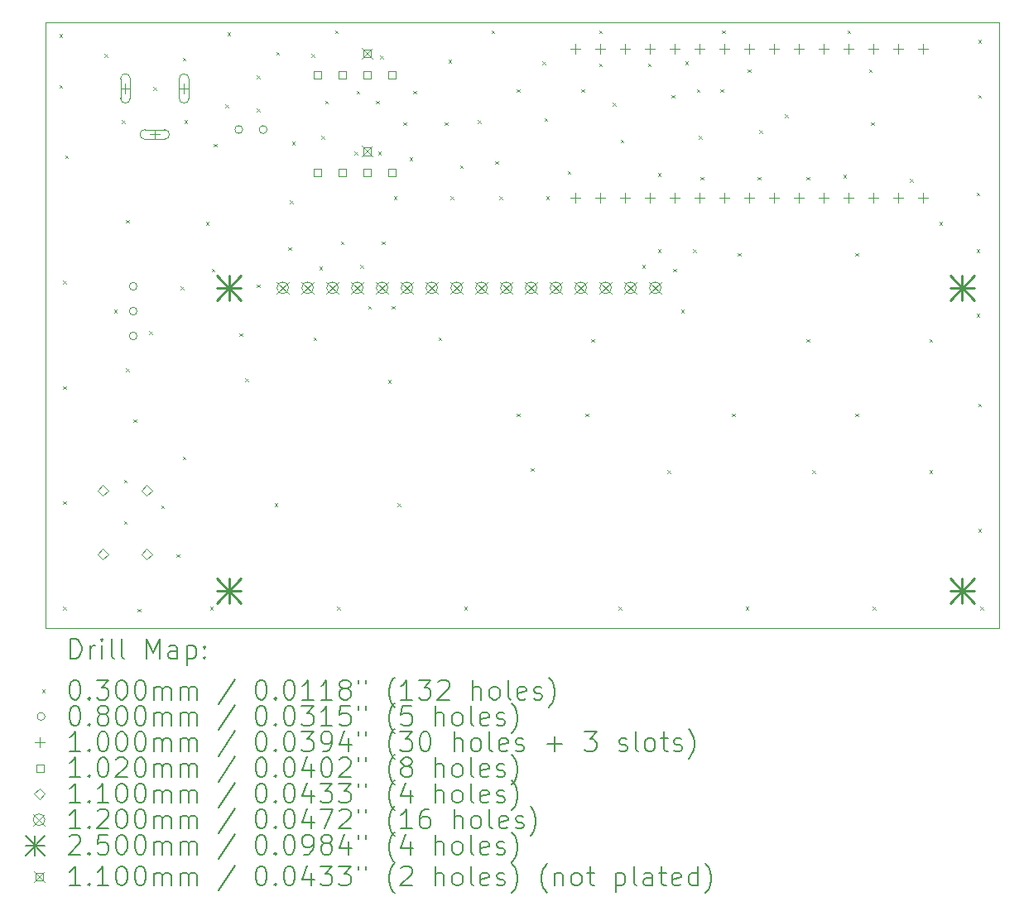
<source format=gbr>
%TF.GenerationSoftware,KiCad,Pcbnew,8.0.5*%
%TF.CreationDate,2024-10-30T03:14:11+09:00*%
%TF.ProjectId,FAN_controler_arduino_nano_2,46414e5f-636f-46e7-9472-6f6c65725f61,2.0*%
%TF.SameCoordinates,Original*%
%TF.FileFunction,Drillmap*%
%TF.FilePolarity,Positive*%
%FSLAX45Y45*%
G04 Gerber Fmt 4.5, Leading zero omitted, Abs format (unit mm)*
G04 Created by KiCad (PCBNEW 8.0.5) date 2024-10-30 03:14:11*
%MOMM*%
%LPD*%
G01*
G04 APERTURE LIST*
%ADD10C,0.050000*%
%ADD11C,0.200000*%
%ADD12C,0.100000*%
%ADD13C,0.102000*%
%ADD14C,0.110000*%
%ADD15C,0.120000*%
%ADD16C,0.250000*%
G04 APERTURE END LIST*
D10*
X10220000Y-8000000D02*
X19980000Y-8000000D01*
X19980000Y-14200000D01*
X10220000Y-14200000D01*
X10220000Y-8000000D01*
D11*
D12*
X10365000Y-8125000D02*
X10395000Y-8155000D01*
X10395000Y-8125000D02*
X10365000Y-8155000D01*
X10365000Y-8645000D02*
X10395000Y-8675000D01*
X10395000Y-8645000D02*
X10365000Y-8675000D01*
X10405000Y-10645000D02*
X10435000Y-10675000D01*
X10435000Y-10645000D02*
X10405000Y-10675000D01*
X10405000Y-11725000D02*
X10435000Y-11755000D01*
X10435000Y-11725000D02*
X10405000Y-11755000D01*
X10405000Y-12905000D02*
X10435000Y-12935000D01*
X10435000Y-12905000D02*
X10405000Y-12935000D01*
X10405000Y-13985000D02*
X10435000Y-14015000D01*
X10435000Y-13985000D02*
X10405000Y-14015000D01*
X10425000Y-9365000D02*
X10455000Y-9395000D01*
X10455000Y-9365000D02*
X10425000Y-9395000D01*
X10825000Y-8325000D02*
X10855000Y-8355000D01*
X10855000Y-8325000D02*
X10825000Y-8355000D01*
X10925000Y-10945000D02*
X10955000Y-10975000D01*
X10955000Y-10945000D02*
X10925000Y-10975000D01*
X11005000Y-9005000D02*
X11035000Y-9035000D01*
X11035000Y-9005000D02*
X11005000Y-9035000D01*
X11025000Y-12685000D02*
X11055000Y-12715000D01*
X11055000Y-12685000D02*
X11025000Y-12715000D01*
X11025000Y-13105000D02*
X11055000Y-13135000D01*
X11055000Y-13105000D02*
X11025000Y-13135000D01*
X11045000Y-10025000D02*
X11075000Y-10055000D01*
X11075000Y-10025000D02*
X11045000Y-10055000D01*
X11045000Y-11545000D02*
X11075000Y-11575000D01*
X11075000Y-11545000D02*
X11045000Y-11575000D01*
X11125000Y-12065000D02*
X11155000Y-12095000D01*
X11155000Y-12065000D02*
X11125000Y-12095000D01*
X11165000Y-14005000D02*
X11195000Y-14035000D01*
X11195000Y-14005000D02*
X11165000Y-14035000D01*
X11285000Y-11165000D02*
X11315000Y-11195000D01*
X11315000Y-11165000D02*
X11285000Y-11195000D01*
X11325000Y-8665000D02*
X11355000Y-8695000D01*
X11355000Y-8665000D02*
X11325000Y-8695000D01*
X11405000Y-12945000D02*
X11435000Y-12975000D01*
X11435000Y-12945000D02*
X11405000Y-12975000D01*
X11565000Y-13445000D02*
X11595000Y-13475000D01*
X11595000Y-13445000D02*
X11565000Y-13475000D01*
X11605000Y-10705000D02*
X11635000Y-10735000D01*
X11635000Y-10705000D02*
X11605000Y-10735000D01*
X11625000Y-8365000D02*
X11655000Y-8395000D01*
X11655000Y-8365000D02*
X11625000Y-8395000D01*
X11625000Y-12445000D02*
X11655000Y-12475000D01*
X11655000Y-12445000D02*
X11625000Y-12475000D01*
X11645000Y-9005000D02*
X11675000Y-9035000D01*
X11675000Y-9005000D02*
X11645000Y-9035000D01*
X11865000Y-10045000D02*
X11895000Y-10075000D01*
X11895000Y-10045000D02*
X11865000Y-10075000D01*
X11905000Y-13985000D02*
X11935000Y-14015000D01*
X11935000Y-13985000D02*
X11905000Y-14015000D01*
X11925000Y-10525000D02*
X11955000Y-10555000D01*
X11955000Y-10525000D02*
X11925000Y-10555000D01*
X11945000Y-9245000D02*
X11975000Y-9275000D01*
X11975000Y-9245000D02*
X11945000Y-9275000D01*
X12065000Y-8845000D02*
X12095000Y-8875000D01*
X12095000Y-8845000D02*
X12065000Y-8875000D01*
X12085000Y-8105000D02*
X12115000Y-8135000D01*
X12115000Y-8105000D02*
X12085000Y-8135000D01*
X12205000Y-11185000D02*
X12235000Y-11215000D01*
X12235000Y-11185000D02*
X12205000Y-11215000D01*
X12265000Y-11645000D02*
X12295000Y-11675000D01*
X12295000Y-11645000D02*
X12265000Y-11675000D01*
X12385000Y-8545000D02*
X12415000Y-8575000D01*
X12415000Y-8545000D02*
X12385000Y-8575000D01*
X12385000Y-8885000D02*
X12415000Y-8915000D01*
X12415000Y-8885000D02*
X12385000Y-8915000D01*
X12385000Y-10685000D02*
X12415000Y-10715000D01*
X12415000Y-10685000D02*
X12385000Y-10715000D01*
X12565000Y-12925000D02*
X12595000Y-12955000D01*
X12595000Y-12925000D02*
X12565000Y-12955000D01*
X12585000Y-8305000D02*
X12615000Y-8335000D01*
X12615000Y-8305000D02*
X12585000Y-8335000D01*
X12705000Y-10305000D02*
X12735000Y-10335000D01*
X12735000Y-10305000D02*
X12705000Y-10335000D01*
X12725000Y-9825000D02*
X12755000Y-9855000D01*
X12755000Y-9825000D02*
X12725000Y-9855000D01*
X12745000Y-9225000D02*
X12775000Y-9255000D01*
X12775000Y-9225000D02*
X12745000Y-9255000D01*
X12945000Y-8325000D02*
X12975000Y-8355000D01*
X12975000Y-8325000D02*
X12945000Y-8355000D01*
X12965000Y-11225000D02*
X12995000Y-11255000D01*
X12995000Y-11225000D02*
X12965000Y-11255000D01*
X13025000Y-10505000D02*
X13055000Y-10535000D01*
X13055000Y-10505000D02*
X13025000Y-10535000D01*
X13045000Y-9165000D02*
X13075000Y-9195000D01*
X13075000Y-9165000D02*
X13045000Y-9195000D01*
X13085000Y-8805000D02*
X13115000Y-8835000D01*
X13115000Y-8805000D02*
X13085000Y-8835000D01*
X13185000Y-8085000D02*
X13215000Y-8115000D01*
X13215000Y-8085000D02*
X13185000Y-8115000D01*
X13205000Y-13985000D02*
X13235000Y-14015000D01*
X13235000Y-13985000D02*
X13205000Y-14015000D01*
X13245000Y-10245000D02*
X13275000Y-10275000D01*
X13275000Y-10245000D02*
X13245000Y-10275000D01*
X13385000Y-9325000D02*
X13415000Y-9355000D01*
X13415000Y-9325000D02*
X13385000Y-9355000D01*
X13405000Y-8705000D02*
X13435000Y-8735000D01*
X13435000Y-8705000D02*
X13405000Y-8735000D01*
X13445000Y-10485000D02*
X13475000Y-10515000D01*
X13475000Y-10485000D02*
X13445000Y-10515000D01*
X13525000Y-10905000D02*
X13555000Y-10935000D01*
X13555000Y-10905000D02*
X13525000Y-10935000D01*
X13605000Y-8805000D02*
X13635000Y-8835000D01*
X13635000Y-8805000D02*
X13605000Y-8835000D01*
X13625000Y-9325000D02*
X13655000Y-9355000D01*
X13655000Y-9325000D02*
X13625000Y-9355000D01*
X13645000Y-8345000D02*
X13675000Y-8375000D01*
X13675000Y-8345000D02*
X13645000Y-8375000D01*
X13665000Y-10245000D02*
X13695000Y-10275000D01*
X13695000Y-10245000D02*
X13665000Y-10275000D01*
X13725000Y-11665000D02*
X13755000Y-11695000D01*
X13755000Y-11665000D02*
X13725000Y-11695000D01*
X13765000Y-10905000D02*
X13795000Y-10935000D01*
X13795000Y-10905000D02*
X13765000Y-10935000D01*
X13785000Y-9785000D02*
X13815000Y-9815000D01*
X13815000Y-9785000D02*
X13785000Y-9815000D01*
X13825000Y-12925000D02*
X13855000Y-12955000D01*
X13855000Y-12925000D02*
X13825000Y-12955000D01*
X13885000Y-9025000D02*
X13915000Y-9055000D01*
X13915000Y-9025000D02*
X13885000Y-9055000D01*
X13945000Y-9385000D02*
X13975000Y-9415000D01*
X13975000Y-9385000D02*
X13945000Y-9415000D01*
X13985000Y-8705000D02*
X14015000Y-8735000D01*
X14015000Y-8705000D02*
X13985000Y-8735000D01*
X14245000Y-11225000D02*
X14275000Y-11255000D01*
X14275000Y-11225000D02*
X14245000Y-11255000D01*
X14305000Y-9025000D02*
X14335000Y-9055000D01*
X14335000Y-9025000D02*
X14305000Y-9055000D01*
X14345000Y-8385000D02*
X14375000Y-8415000D01*
X14375000Y-8385000D02*
X14345000Y-8415000D01*
X14365000Y-9785000D02*
X14395000Y-9815000D01*
X14395000Y-9785000D02*
X14365000Y-9815000D01*
X14465000Y-9465000D02*
X14495000Y-9495000D01*
X14495000Y-9465000D02*
X14465000Y-9495000D01*
X14505000Y-13985000D02*
X14535000Y-14015000D01*
X14535000Y-13985000D02*
X14505000Y-14015000D01*
X14645000Y-9005000D02*
X14675000Y-9035000D01*
X14675000Y-9005000D02*
X14645000Y-9035000D01*
X14785000Y-8085000D02*
X14815000Y-8115000D01*
X14815000Y-8085000D02*
X14785000Y-8115000D01*
X14825000Y-9425000D02*
X14855000Y-9455000D01*
X14855000Y-9425000D02*
X14825000Y-9455000D01*
X14865000Y-9785000D02*
X14895000Y-9815000D01*
X14895000Y-9785000D02*
X14865000Y-9815000D01*
X15045000Y-8685000D02*
X15075000Y-8715000D01*
X15075000Y-8685000D02*
X15045000Y-8715000D01*
X15045000Y-12005000D02*
X15075000Y-12035000D01*
X15075000Y-12005000D02*
X15045000Y-12035000D01*
X15185000Y-12565000D02*
X15215000Y-12595000D01*
X15215000Y-12565000D02*
X15185000Y-12595000D01*
X15305000Y-8405000D02*
X15335000Y-8435000D01*
X15335000Y-8405000D02*
X15305000Y-8435000D01*
X15325000Y-8985000D02*
X15355000Y-9015000D01*
X15355000Y-8985000D02*
X15325000Y-9015000D01*
X15345000Y-9785000D02*
X15375000Y-9815000D01*
X15375000Y-9785000D02*
X15345000Y-9815000D01*
X15565000Y-9525000D02*
X15595000Y-9555000D01*
X15595000Y-9525000D02*
X15565000Y-9555000D01*
X15705000Y-8685000D02*
X15735000Y-8715000D01*
X15735000Y-8685000D02*
X15705000Y-8715000D01*
X15745000Y-12005000D02*
X15775000Y-12035000D01*
X15775000Y-12005000D02*
X15745000Y-12035000D01*
X15805000Y-11245000D02*
X15835000Y-11275000D01*
X15835000Y-11245000D02*
X15805000Y-11275000D01*
X15885000Y-8085000D02*
X15915000Y-8115000D01*
X15915000Y-8085000D02*
X15885000Y-8115000D01*
X15885000Y-8425000D02*
X15915000Y-8455000D01*
X15915000Y-8425000D02*
X15885000Y-8455000D01*
X16025000Y-8825000D02*
X16055000Y-8855000D01*
X16055000Y-8825000D02*
X16025000Y-8855000D01*
X16085000Y-13985000D02*
X16115000Y-14015000D01*
X16115000Y-13985000D02*
X16085000Y-14015000D01*
X16105000Y-9205000D02*
X16135000Y-9235000D01*
X16135000Y-9205000D02*
X16105000Y-9235000D01*
X16325000Y-10485000D02*
X16355000Y-10515000D01*
X16355000Y-10485000D02*
X16325000Y-10515000D01*
X16385000Y-8425000D02*
X16415000Y-8455000D01*
X16415000Y-8425000D02*
X16385000Y-8455000D01*
X16485000Y-9545000D02*
X16515000Y-9575000D01*
X16515000Y-9545000D02*
X16485000Y-9575000D01*
X16485000Y-10325000D02*
X16515000Y-10355000D01*
X16515000Y-10325000D02*
X16485000Y-10355000D01*
X16585000Y-12585000D02*
X16615000Y-12615000D01*
X16615000Y-12585000D02*
X16585000Y-12615000D01*
X16625000Y-8745000D02*
X16655000Y-8775000D01*
X16655000Y-8745000D02*
X16625000Y-8775000D01*
X16645000Y-10525000D02*
X16675000Y-10555000D01*
X16675000Y-10525000D02*
X16645000Y-10555000D01*
X16725000Y-10945000D02*
X16755000Y-10975000D01*
X16755000Y-10945000D02*
X16725000Y-10975000D01*
X16765000Y-8405000D02*
X16795000Y-8435000D01*
X16795000Y-8405000D02*
X16765000Y-8435000D01*
X16845000Y-10325000D02*
X16875000Y-10355000D01*
X16875000Y-10325000D02*
X16845000Y-10355000D01*
X16885000Y-8685000D02*
X16915000Y-8715000D01*
X16915000Y-8685000D02*
X16885000Y-8715000D01*
X16905000Y-9165000D02*
X16935000Y-9195000D01*
X16935000Y-9165000D02*
X16905000Y-9195000D01*
X16925000Y-9585000D02*
X16955000Y-9615000D01*
X16955000Y-9585000D02*
X16925000Y-9615000D01*
X17125000Y-8685000D02*
X17155000Y-8715000D01*
X17155000Y-8685000D02*
X17125000Y-8715000D01*
X17145000Y-8085000D02*
X17175000Y-8115000D01*
X17175000Y-8085000D02*
X17145000Y-8115000D01*
X17245000Y-12005000D02*
X17275000Y-12035000D01*
X17275000Y-12005000D02*
X17245000Y-12035000D01*
X17305000Y-10365000D02*
X17335000Y-10395000D01*
X17335000Y-10365000D02*
X17305000Y-10395000D01*
X17385000Y-13985000D02*
X17415000Y-14015000D01*
X17415000Y-13985000D02*
X17385000Y-14015000D01*
X17405000Y-8485000D02*
X17435000Y-8515000D01*
X17435000Y-8485000D02*
X17405000Y-8515000D01*
X17505000Y-9585000D02*
X17535000Y-9615000D01*
X17535000Y-9585000D02*
X17505000Y-9615000D01*
X17525000Y-9105000D02*
X17555000Y-9135000D01*
X17555000Y-9105000D02*
X17525000Y-9135000D01*
X17785000Y-8945000D02*
X17815000Y-8975000D01*
X17815000Y-8945000D02*
X17785000Y-8975000D01*
X18005000Y-9585000D02*
X18035000Y-9615000D01*
X18035000Y-9585000D02*
X18005000Y-9615000D01*
X18005000Y-11245000D02*
X18035000Y-11275000D01*
X18035000Y-11245000D02*
X18005000Y-11275000D01*
X18065000Y-12585000D02*
X18095000Y-12615000D01*
X18095000Y-12585000D02*
X18065000Y-12615000D01*
X18385000Y-9565000D02*
X18415000Y-9595000D01*
X18415000Y-9565000D02*
X18385000Y-9595000D01*
X18425000Y-8085000D02*
X18455000Y-8115000D01*
X18455000Y-8085000D02*
X18425000Y-8115000D01*
X18505000Y-10365000D02*
X18535000Y-10395000D01*
X18535000Y-10365000D02*
X18505000Y-10395000D01*
X18505000Y-12005000D02*
X18535000Y-12035000D01*
X18535000Y-12005000D02*
X18505000Y-12035000D01*
X18645000Y-8485000D02*
X18675000Y-8515000D01*
X18675000Y-8485000D02*
X18645000Y-8515000D01*
X18665000Y-9025000D02*
X18695000Y-9055000D01*
X18695000Y-9025000D02*
X18665000Y-9055000D01*
X18685000Y-13985000D02*
X18715000Y-14015000D01*
X18715000Y-13985000D02*
X18685000Y-14015000D01*
X19065000Y-9605000D02*
X19095000Y-9635000D01*
X19095000Y-9605000D02*
X19065000Y-9635000D01*
X19265000Y-11245000D02*
X19295000Y-11275000D01*
X19295000Y-11245000D02*
X19265000Y-11275000D01*
X19265000Y-12585000D02*
X19295000Y-12615000D01*
X19295000Y-12585000D02*
X19265000Y-12615000D01*
X19365000Y-10045000D02*
X19395000Y-10075000D01*
X19395000Y-10045000D02*
X19365000Y-10075000D01*
X19745000Y-9745000D02*
X19775000Y-9775000D01*
X19775000Y-9745000D02*
X19745000Y-9775000D01*
X19745000Y-10325000D02*
X19775000Y-10355000D01*
X19775000Y-10325000D02*
X19745000Y-10355000D01*
X19745000Y-10985000D02*
X19775000Y-11015000D01*
X19775000Y-10985000D02*
X19745000Y-11015000D01*
X19765000Y-8185000D02*
X19795000Y-8215000D01*
X19795000Y-8185000D02*
X19765000Y-8215000D01*
X19765000Y-8745000D02*
X19795000Y-8775000D01*
X19795000Y-8745000D02*
X19765000Y-8775000D01*
X19765000Y-11905000D02*
X19795000Y-11935000D01*
X19795000Y-11905000D02*
X19765000Y-11935000D01*
X19765000Y-13185000D02*
X19795000Y-13215000D01*
X19795000Y-13185000D02*
X19765000Y-13215000D01*
X19785000Y-13985000D02*
X19815000Y-14015000D01*
X19815000Y-13985000D02*
X19785000Y-14015000D01*
X11160000Y-10705000D02*
G75*
G02*
X11080000Y-10705000I-40000J0D01*
G01*
X11080000Y-10705000D02*
G75*
G02*
X11160000Y-10705000I40000J0D01*
G01*
X11160000Y-10959000D02*
G75*
G02*
X11080000Y-10959000I-40000J0D01*
G01*
X11080000Y-10959000D02*
G75*
G02*
X11160000Y-10959000I40000J0D01*
G01*
X11160000Y-11213000D02*
G75*
G02*
X11080000Y-11213000I-40000J0D01*
G01*
X11080000Y-11213000D02*
G75*
G02*
X11160000Y-11213000I40000J0D01*
G01*
X12239489Y-9100000D02*
G75*
G02*
X12159489Y-9100000I-40000J0D01*
G01*
X12159489Y-9100000D02*
G75*
G02*
X12239489Y-9100000I40000J0D01*
G01*
X12489489Y-9100000D02*
G75*
G02*
X12409489Y-9100000I-40000J0D01*
G01*
X12409489Y-9100000D02*
G75*
G02*
X12489489Y-9100000I40000J0D01*
G01*
X11040000Y-8630000D02*
X11040000Y-8730000D01*
X10990000Y-8680000D02*
X11090000Y-8680000D01*
X10990000Y-8580000D02*
X10990000Y-8780000D01*
X11090000Y-8780000D02*
G75*
G02*
X10990000Y-8780000I-50000J0D01*
G01*
X11090000Y-8780000D02*
X11090000Y-8580000D01*
X11090000Y-8580000D02*
G75*
G03*
X10990000Y-8580000I-50000J0D01*
G01*
X11340000Y-9100000D02*
X11340000Y-9200000D01*
X11290000Y-9150000D02*
X11390000Y-9150000D01*
X11240000Y-9200000D02*
X11440000Y-9200000D01*
X11440000Y-9100000D02*
G75*
G02*
X11440000Y-9200000I0J-50000D01*
G01*
X11440000Y-9100000D02*
X11240000Y-9100000D01*
X11240000Y-9100000D02*
G75*
G03*
X11240000Y-9200000I0J-50000D01*
G01*
X11640000Y-8630000D02*
X11640000Y-8730000D01*
X11590000Y-8680000D02*
X11690000Y-8680000D01*
X11590000Y-8580000D02*
X11590000Y-8780000D01*
X11690000Y-8780000D02*
G75*
G02*
X11590000Y-8780000I-50000J0D01*
G01*
X11690000Y-8780000D02*
X11690000Y-8580000D01*
X11690000Y-8580000D02*
G75*
G03*
X11590000Y-8580000I-50000J0D01*
G01*
X15644000Y-8226000D02*
X15644000Y-8326000D01*
X15594000Y-8276000D02*
X15694000Y-8276000D01*
X15644000Y-9750000D02*
X15644000Y-9850000D01*
X15594000Y-9800000D02*
X15694000Y-9800000D01*
X15898000Y-8226000D02*
X15898000Y-8326000D01*
X15848000Y-8276000D02*
X15948000Y-8276000D01*
X15898000Y-9750000D02*
X15898000Y-9850000D01*
X15848000Y-9800000D02*
X15948000Y-9800000D01*
X16152000Y-8226000D02*
X16152000Y-8326000D01*
X16102000Y-8276000D02*
X16202000Y-8276000D01*
X16152000Y-9750000D02*
X16152000Y-9850000D01*
X16102000Y-9800000D02*
X16202000Y-9800000D01*
X16406000Y-8226000D02*
X16406000Y-8326000D01*
X16356000Y-8276000D02*
X16456000Y-8276000D01*
X16406000Y-9750000D02*
X16406000Y-9850000D01*
X16356000Y-9800000D02*
X16456000Y-9800000D01*
X16660000Y-8226000D02*
X16660000Y-8326000D01*
X16610000Y-8276000D02*
X16710000Y-8276000D01*
X16660000Y-9750000D02*
X16660000Y-9850000D01*
X16610000Y-9800000D02*
X16710000Y-9800000D01*
X16914000Y-8226000D02*
X16914000Y-8326000D01*
X16864000Y-8276000D02*
X16964000Y-8276000D01*
X16914000Y-9750000D02*
X16914000Y-9850000D01*
X16864000Y-9800000D02*
X16964000Y-9800000D01*
X17168000Y-8226000D02*
X17168000Y-8326000D01*
X17118000Y-8276000D02*
X17218000Y-8276000D01*
X17168000Y-9750000D02*
X17168000Y-9850000D01*
X17118000Y-9800000D02*
X17218000Y-9800000D01*
X17422000Y-8226000D02*
X17422000Y-8326000D01*
X17372000Y-8276000D02*
X17472000Y-8276000D01*
X17422000Y-9750000D02*
X17422000Y-9850000D01*
X17372000Y-9800000D02*
X17472000Y-9800000D01*
X17676000Y-8226000D02*
X17676000Y-8326000D01*
X17626000Y-8276000D02*
X17726000Y-8276000D01*
X17676000Y-9750000D02*
X17676000Y-9850000D01*
X17626000Y-9800000D02*
X17726000Y-9800000D01*
X17930000Y-8226000D02*
X17930000Y-8326000D01*
X17880000Y-8276000D02*
X17980000Y-8276000D01*
X17930000Y-9750000D02*
X17930000Y-9850000D01*
X17880000Y-9800000D02*
X17980000Y-9800000D01*
X18184000Y-8226000D02*
X18184000Y-8326000D01*
X18134000Y-8276000D02*
X18234000Y-8276000D01*
X18184000Y-9750000D02*
X18184000Y-9850000D01*
X18134000Y-9800000D02*
X18234000Y-9800000D01*
X18438000Y-8226000D02*
X18438000Y-8326000D01*
X18388000Y-8276000D02*
X18488000Y-8276000D01*
X18438000Y-9750000D02*
X18438000Y-9850000D01*
X18388000Y-9800000D02*
X18488000Y-9800000D01*
X18692000Y-8226000D02*
X18692000Y-8326000D01*
X18642000Y-8276000D02*
X18742000Y-8276000D01*
X18692000Y-9750000D02*
X18692000Y-9850000D01*
X18642000Y-9800000D02*
X18742000Y-9800000D01*
X18946000Y-8226000D02*
X18946000Y-8326000D01*
X18896000Y-8276000D02*
X18996000Y-8276000D01*
X18946000Y-9750000D02*
X18946000Y-9850000D01*
X18896000Y-9800000D02*
X18996000Y-9800000D01*
X19200000Y-8226000D02*
X19200000Y-8326000D01*
X19150000Y-8276000D02*
X19250000Y-8276000D01*
X19200000Y-9750000D02*
X19200000Y-9850000D01*
X19150000Y-9800000D02*
X19250000Y-9800000D01*
D13*
X13042063Y-8576063D02*
X13042063Y-8503937D01*
X12969937Y-8503937D01*
X12969937Y-8576063D01*
X13042063Y-8576063D01*
X13042063Y-9576063D02*
X13042063Y-9503937D01*
X12969937Y-9503937D01*
X12969937Y-9576063D01*
X13042063Y-9576063D01*
X13296063Y-8576063D02*
X13296063Y-8503937D01*
X13223937Y-8503937D01*
X13223937Y-8576063D01*
X13296063Y-8576063D01*
X13296063Y-9576063D02*
X13296063Y-9503937D01*
X13223937Y-9503937D01*
X13223937Y-9576063D01*
X13296063Y-9576063D01*
X13550063Y-8576063D02*
X13550063Y-8503937D01*
X13477937Y-8503937D01*
X13477937Y-8576063D01*
X13550063Y-8576063D01*
X13550063Y-9576063D02*
X13550063Y-9503937D01*
X13477937Y-9503937D01*
X13477937Y-9576063D01*
X13550063Y-9576063D01*
X13804063Y-8576063D02*
X13804063Y-8503937D01*
X13731937Y-8503937D01*
X13731937Y-8576063D01*
X13804063Y-8576063D01*
X13804063Y-9576063D02*
X13804063Y-9503937D01*
X13731937Y-9503937D01*
X13731937Y-9576063D01*
X13804063Y-9576063D01*
D14*
X10810000Y-12850000D02*
X10865000Y-12795000D01*
X10810000Y-12740000D01*
X10755000Y-12795000D01*
X10810000Y-12850000D01*
X10810000Y-13500000D02*
X10865000Y-13445000D01*
X10810000Y-13390000D01*
X10755000Y-13445000D01*
X10810000Y-13500000D01*
X11260000Y-12850000D02*
X11315000Y-12795000D01*
X11260000Y-12740000D01*
X11205000Y-12795000D01*
X11260000Y-12850000D01*
X11260000Y-13500000D02*
X11315000Y-13445000D01*
X11260000Y-13390000D01*
X11205000Y-13445000D01*
X11260000Y-13500000D01*
D15*
X12590052Y-10659930D02*
X12710052Y-10779930D01*
X12710052Y-10659930D02*
X12590052Y-10779930D01*
X12710052Y-10719930D02*
G75*
G02*
X12590052Y-10719930I-60000J0D01*
G01*
X12590052Y-10719930D02*
G75*
G02*
X12710052Y-10719930I60000J0D01*
G01*
X12844052Y-10659930D02*
X12964052Y-10779930D01*
X12964052Y-10659930D02*
X12844052Y-10779930D01*
X12964052Y-10719930D02*
G75*
G02*
X12844052Y-10719930I-60000J0D01*
G01*
X12844052Y-10719930D02*
G75*
G02*
X12964052Y-10719930I60000J0D01*
G01*
X13098052Y-10659930D02*
X13218052Y-10779930D01*
X13218052Y-10659930D02*
X13098052Y-10779930D01*
X13218052Y-10719930D02*
G75*
G02*
X13098052Y-10719930I-60000J0D01*
G01*
X13098052Y-10719930D02*
G75*
G02*
X13218052Y-10719930I60000J0D01*
G01*
X13352052Y-10659930D02*
X13472052Y-10779930D01*
X13472052Y-10659930D02*
X13352052Y-10779930D01*
X13472052Y-10719930D02*
G75*
G02*
X13352052Y-10719930I-60000J0D01*
G01*
X13352052Y-10719930D02*
G75*
G02*
X13472052Y-10719930I60000J0D01*
G01*
X13606052Y-10659930D02*
X13726052Y-10779930D01*
X13726052Y-10659930D02*
X13606052Y-10779930D01*
X13726052Y-10719930D02*
G75*
G02*
X13606052Y-10719930I-60000J0D01*
G01*
X13606052Y-10719930D02*
G75*
G02*
X13726052Y-10719930I60000J0D01*
G01*
X13860052Y-10659930D02*
X13980052Y-10779930D01*
X13980052Y-10659930D02*
X13860052Y-10779930D01*
X13980052Y-10719930D02*
G75*
G02*
X13860052Y-10719930I-60000J0D01*
G01*
X13860052Y-10719930D02*
G75*
G02*
X13980052Y-10719930I60000J0D01*
G01*
X14114052Y-10659930D02*
X14234052Y-10779930D01*
X14234052Y-10659930D02*
X14114052Y-10779930D01*
X14234052Y-10719930D02*
G75*
G02*
X14114052Y-10719930I-60000J0D01*
G01*
X14114052Y-10719930D02*
G75*
G02*
X14234052Y-10719930I60000J0D01*
G01*
X14368052Y-10659930D02*
X14488052Y-10779930D01*
X14488052Y-10659930D02*
X14368052Y-10779930D01*
X14488052Y-10719930D02*
G75*
G02*
X14368052Y-10719930I-60000J0D01*
G01*
X14368052Y-10719930D02*
G75*
G02*
X14488052Y-10719930I60000J0D01*
G01*
X14622052Y-10659930D02*
X14742052Y-10779930D01*
X14742052Y-10659930D02*
X14622052Y-10779930D01*
X14742052Y-10719930D02*
G75*
G02*
X14622052Y-10719930I-60000J0D01*
G01*
X14622052Y-10719930D02*
G75*
G02*
X14742052Y-10719930I60000J0D01*
G01*
X14876052Y-10659930D02*
X14996052Y-10779930D01*
X14996052Y-10659930D02*
X14876052Y-10779930D01*
X14996052Y-10719930D02*
G75*
G02*
X14876052Y-10719930I-60000J0D01*
G01*
X14876052Y-10719930D02*
G75*
G02*
X14996052Y-10719930I60000J0D01*
G01*
X15130052Y-10659930D02*
X15250052Y-10779930D01*
X15250052Y-10659930D02*
X15130052Y-10779930D01*
X15250052Y-10719930D02*
G75*
G02*
X15130052Y-10719930I-60000J0D01*
G01*
X15130052Y-10719930D02*
G75*
G02*
X15250052Y-10719930I60000J0D01*
G01*
X15384052Y-10659930D02*
X15504052Y-10779930D01*
X15504052Y-10659930D02*
X15384052Y-10779930D01*
X15504052Y-10719930D02*
G75*
G02*
X15384052Y-10719930I-60000J0D01*
G01*
X15384052Y-10719930D02*
G75*
G02*
X15504052Y-10719930I60000J0D01*
G01*
X15638052Y-10659930D02*
X15758052Y-10779930D01*
X15758052Y-10659930D02*
X15638052Y-10779930D01*
X15758052Y-10719930D02*
G75*
G02*
X15638052Y-10719930I-60000J0D01*
G01*
X15638052Y-10719930D02*
G75*
G02*
X15758052Y-10719930I60000J0D01*
G01*
X15892052Y-10659930D02*
X16012052Y-10779930D01*
X16012052Y-10659930D02*
X15892052Y-10779930D01*
X16012052Y-10719930D02*
G75*
G02*
X15892052Y-10719930I-60000J0D01*
G01*
X15892052Y-10719930D02*
G75*
G02*
X16012052Y-10719930I60000J0D01*
G01*
X16146052Y-10659930D02*
X16266052Y-10779930D01*
X16266052Y-10659930D02*
X16146052Y-10779930D01*
X16266052Y-10719930D02*
G75*
G02*
X16146052Y-10719930I-60000J0D01*
G01*
X16146052Y-10719930D02*
G75*
G02*
X16266052Y-10719930I60000J0D01*
G01*
X16400052Y-10659930D02*
X16520052Y-10779930D01*
X16520052Y-10659930D02*
X16400052Y-10779930D01*
X16520052Y-10719930D02*
G75*
G02*
X16400052Y-10719930I-60000J0D01*
G01*
X16400052Y-10719930D02*
G75*
G02*
X16520052Y-10719930I60000J0D01*
G01*
D16*
X11975142Y-10594930D02*
X12225142Y-10844930D01*
X12225142Y-10594930D02*
X11975142Y-10844930D01*
X12100142Y-10594930D02*
X12100142Y-10844930D01*
X11975142Y-10719930D02*
X12225142Y-10719930D01*
X11975142Y-13695000D02*
X12225142Y-13945000D01*
X12225142Y-13695000D02*
X11975142Y-13945000D01*
X12100142Y-13695000D02*
X12100142Y-13945000D01*
X11975142Y-13820000D02*
X12225142Y-13820000D01*
X19475000Y-13695000D02*
X19725000Y-13945000D01*
X19725000Y-13695000D02*
X19475000Y-13945000D01*
X19600000Y-13695000D02*
X19600000Y-13945000D01*
X19475000Y-13820000D02*
X19725000Y-13820000D01*
X19475052Y-10594930D02*
X19725052Y-10844930D01*
X19725052Y-10594930D02*
X19475052Y-10844930D01*
X19600052Y-10594930D02*
X19600052Y-10844930D01*
X19475052Y-10719930D02*
X19725052Y-10719930D01*
D14*
X13459000Y-8269000D02*
X13569000Y-8379000D01*
X13569000Y-8269000D02*
X13459000Y-8379000D01*
X13552891Y-8362891D02*
X13552891Y-8285109D01*
X13475109Y-8285109D01*
X13475109Y-8362891D01*
X13552891Y-8362891D01*
X13459000Y-9269000D02*
X13569000Y-9379000D01*
X13569000Y-9269000D02*
X13459000Y-9379000D01*
X13552891Y-9362891D02*
X13552891Y-9285109D01*
X13475109Y-9285109D01*
X13475109Y-9362891D01*
X13552891Y-9362891D01*
D11*
X10478277Y-14513984D02*
X10478277Y-14313984D01*
X10478277Y-14313984D02*
X10525896Y-14313984D01*
X10525896Y-14313984D02*
X10554467Y-14323508D01*
X10554467Y-14323508D02*
X10573515Y-14342555D01*
X10573515Y-14342555D02*
X10583039Y-14361603D01*
X10583039Y-14361603D02*
X10592563Y-14399698D01*
X10592563Y-14399698D02*
X10592563Y-14428269D01*
X10592563Y-14428269D02*
X10583039Y-14466365D01*
X10583039Y-14466365D02*
X10573515Y-14485412D01*
X10573515Y-14485412D02*
X10554467Y-14504460D01*
X10554467Y-14504460D02*
X10525896Y-14513984D01*
X10525896Y-14513984D02*
X10478277Y-14513984D01*
X10678277Y-14513984D02*
X10678277Y-14380650D01*
X10678277Y-14418746D02*
X10687801Y-14399698D01*
X10687801Y-14399698D02*
X10697324Y-14390174D01*
X10697324Y-14390174D02*
X10716372Y-14380650D01*
X10716372Y-14380650D02*
X10735420Y-14380650D01*
X10802086Y-14513984D02*
X10802086Y-14380650D01*
X10802086Y-14313984D02*
X10792563Y-14323508D01*
X10792563Y-14323508D02*
X10802086Y-14333031D01*
X10802086Y-14333031D02*
X10811610Y-14323508D01*
X10811610Y-14323508D02*
X10802086Y-14313984D01*
X10802086Y-14313984D02*
X10802086Y-14333031D01*
X10925896Y-14513984D02*
X10906848Y-14504460D01*
X10906848Y-14504460D02*
X10897324Y-14485412D01*
X10897324Y-14485412D02*
X10897324Y-14313984D01*
X11030658Y-14513984D02*
X11011610Y-14504460D01*
X11011610Y-14504460D02*
X11002086Y-14485412D01*
X11002086Y-14485412D02*
X11002086Y-14313984D01*
X11259229Y-14513984D02*
X11259229Y-14313984D01*
X11259229Y-14313984D02*
X11325896Y-14456841D01*
X11325896Y-14456841D02*
X11392562Y-14313984D01*
X11392562Y-14313984D02*
X11392562Y-14513984D01*
X11573515Y-14513984D02*
X11573515Y-14409222D01*
X11573515Y-14409222D02*
X11563991Y-14390174D01*
X11563991Y-14390174D02*
X11544943Y-14380650D01*
X11544943Y-14380650D02*
X11506848Y-14380650D01*
X11506848Y-14380650D02*
X11487801Y-14390174D01*
X11573515Y-14504460D02*
X11554467Y-14513984D01*
X11554467Y-14513984D02*
X11506848Y-14513984D01*
X11506848Y-14513984D02*
X11487801Y-14504460D01*
X11487801Y-14504460D02*
X11478277Y-14485412D01*
X11478277Y-14485412D02*
X11478277Y-14466365D01*
X11478277Y-14466365D02*
X11487801Y-14447317D01*
X11487801Y-14447317D02*
X11506848Y-14437793D01*
X11506848Y-14437793D02*
X11554467Y-14437793D01*
X11554467Y-14437793D02*
X11573515Y-14428269D01*
X11668753Y-14380650D02*
X11668753Y-14580650D01*
X11668753Y-14390174D02*
X11687801Y-14380650D01*
X11687801Y-14380650D02*
X11725896Y-14380650D01*
X11725896Y-14380650D02*
X11744943Y-14390174D01*
X11744943Y-14390174D02*
X11754467Y-14399698D01*
X11754467Y-14399698D02*
X11763991Y-14418746D01*
X11763991Y-14418746D02*
X11763991Y-14475888D01*
X11763991Y-14475888D02*
X11754467Y-14494936D01*
X11754467Y-14494936D02*
X11744943Y-14504460D01*
X11744943Y-14504460D02*
X11725896Y-14513984D01*
X11725896Y-14513984D02*
X11687801Y-14513984D01*
X11687801Y-14513984D02*
X11668753Y-14504460D01*
X11849705Y-14494936D02*
X11859229Y-14504460D01*
X11859229Y-14504460D02*
X11849705Y-14513984D01*
X11849705Y-14513984D02*
X11840182Y-14504460D01*
X11840182Y-14504460D02*
X11849705Y-14494936D01*
X11849705Y-14494936D02*
X11849705Y-14513984D01*
X11849705Y-14390174D02*
X11859229Y-14399698D01*
X11859229Y-14399698D02*
X11849705Y-14409222D01*
X11849705Y-14409222D02*
X11840182Y-14399698D01*
X11840182Y-14399698D02*
X11849705Y-14390174D01*
X11849705Y-14390174D02*
X11849705Y-14409222D01*
D12*
X10187500Y-14827500D02*
X10217500Y-14857500D01*
X10217500Y-14827500D02*
X10187500Y-14857500D01*
D11*
X10516372Y-14733984D02*
X10535420Y-14733984D01*
X10535420Y-14733984D02*
X10554467Y-14743508D01*
X10554467Y-14743508D02*
X10563991Y-14753031D01*
X10563991Y-14753031D02*
X10573515Y-14772079D01*
X10573515Y-14772079D02*
X10583039Y-14810174D01*
X10583039Y-14810174D02*
X10583039Y-14857793D01*
X10583039Y-14857793D02*
X10573515Y-14895888D01*
X10573515Y-14895888D02*
X10563991Y-14914936D01*
X10563991Y-14914936D02*
X10554467Y-14924460D01*
X10554467Y-14924460D02*
X10535420Y-14933984D01*
X10535420Y-14933984D02*
X10516372Y-14933984D01*
X10516372Y-14933984D02*
X10497324Y-14924460D01*
X10497324Y-14924460D02*
X10487801Y-14914936D01*
X10487801Y-14914936D02*
X10478277Y-14895888D01*
X10478277Y-14895888D02*
X10468753Y-14857793D01*
X10468753Y-14857793D02*
X10468753Y-14810174D01*
X10468753Y-14810174D02*
X10478277Y-14772079D01*
X10478277Y-14772079D02*
X10487801Y-14753031D01*
X10487801Y-14753031D02*
X10497324Y-14743508D01*
X10497324Y-14743508D02*
X10516372Y-14733984D01*
X10668753Y-14914936D02*
X10678277Y-14924460D01*
X10678277Y-14924460D02*
X10668753Y-14933984D01*
X10668753Y-14933984D02*
X10659229Y-14924460D01*
X10659229Y-14924460D02*
X10668753Y-14914936D01*
X10668753Y-14914936D02*
X10668753Y-14933984D01*
X10744944Y-14733984D02*
X10868753Y-14733984D01*
X10868753Y-14733984D02*
X10802086Y-14810174D01*
X10802086Y-14810174D02*
X10830658Y-14810174D01*
X10830658Y-14810174D02*
X10849705Y-14819698D01*
X10849705Y-14819698D02*
X10859229Y-14829222D01*
X10859229Y-14829222D02*
X10868753Y-14848269D01*
X10868753Y-14848269D02*
X10868753Y-14895888D01*
X10868753Y-14895888D02*
X10859229Y-14914936D01*
X10859229Y-14914936D02*
X10849705Y-14924460D01*
X10849705Y-14924460D02*
X10830658Y-14933984D01*
X10830658Y-14933984D02*
X10773515Y-14933984D01*
X10773515Y-14933984D02*
X10754467Y-14924460D01*
X10754467Y-14924460D02*
X10744944Y-14914936D01*
X10992563Y-14733984D02*
X11011610Y-14733984D01*
X11011610Y-14733984D02*
X11030658Y-14743508D01*
X11030658Y-14743508D02*
X11040182Y-14753031D01*
X11040182Y-14753031D02*
X11049705Y-14772079D01*
X11049705Y-14772079D02*
X11059229Y-14810174D01*
X11059229Y-14810174D02*
X11059229Y-14857793D01*
X11059229Y-14857793D02*
X11049705Y-14895888D01*
X11049705Y-14895888D02*
X11040182Y-14914936D01*
X11040182Y-14914936D02*
X11030658Y-14924460D01*
X11030658Y-14924460D02*
X11011610Y-14933984D01*
X11011610Y-14933984D02*
X10992563Y-14933984D01*
X10992563Y-14933984D02*
X10973515Y-14924460D01*
X10973515Y-14924460D02*
X10963991Y-14914936D01*
X10963991Y-14914936D02*
X10954467Y-14895888D01*
X10954467Y-14895888D02*
X10944944Y-14857793D01*
X10944944Y-14857793D02*
X10944944Y-14810174D01*
X10944944Y-14810174D02*
X10954467Y-14772079D01*
X10954467Y-14772079D02*
X10963991Y-14753031D01*
X10963991Y-14753031D02*
X10973515Y-14743508D01*
X10973515Y-14743508D02*
X10992563Y-14733984D01*
X11183039Y-14733984D02*
X11202086Y-14733984D01*
X11202086Y-14733984D02*
X11221134Y-14743508D01*
X11221134Y-14743508D02*
X11230658Y-14753031D01*
X11230658Y-14753031D02*
X11240182Y-14772079D01*
X11240182Y-14772079D02*
X11249705Y-14810174D01*
X11249705Y-14810174D02*
X11249705Y-14857793D01*
X11249705Y-14857793D02*
X11240182Y-14895888D01*
X11240182Y-14895888D02*
X11230658Y-14914936D01*
X11230658Y-14914936D02*
X11221134Y-14924460D01*
X11221134Y-14924460D02*
X11202086Y-14933984D01*
X11202086Y-14933984D02*
X11183039Y-14933984D01*
X11183039Y-14933984D02*
X11163991Y-14924460D01*
X11163991Y-14924460D02*
X11154467Y-14914936D01*
X11154467Y-14914936D02*
X11144944Y-14895888D01*
X11144944Y-14895888D02*
X11135420Y-14857793D01*
X11135420Y-14857793D02*
X11135420Y-14810174D01*
X11135420Y-14810174D02*
X11144944Y-14772079D01*
X11144944Y-14772079D02*
X11154467Y-14753031D01*
X11154467Y-14753031D02*
X11163991Y-14743508D01*
X11163991Y-14743508D02*
X11183039Y-14733984D01*
X11335420Y-14933984D02*
X11335420Y-14800650D01*
X11335420Y-14819698D02*
X11344943Y-14810174D01*
X11344943Y-14810174D02*
X11363991Y-14800650D01*
X11363991Y-14800650D02*
X11392563Y-14800650D01*
X11392563Y-14800650D02*
X11411610Y-14810174D01*
X11411610Y-14810174D02*
X11421134Y-14829222D01*
X11421134Y-14829222D02*
X11421134Y-14933984D01*
X11421134Y-14829222D02*
X11430658Y-14810174D01*
X11430658Y-14810174D02*
X11449705Y-14800650D01*
X11449705Y-14800650D02*
X11478277Y-14800650D01*
X11478277Y-14800650D02*
X11497324Y-14810174D01*
X11497324Y-14810174D02*
X11506848Y-14829222D01*
X11506848Y-14829222D02*
X11506848Y-14933984D01*
X11602086Y-14933984D02*
X11602086Y-14800650D01*
X11602086Y-14819698D02*
X11611610Y-14810174D01*
X11611610Y-14810174D02*
X11630658Y-14800650D01*
X11630658Y-14800650D02*
X11659229Y-14800650D01*
X11659229Y-14800650D02*
X11678277Y-14810174D01*
X11678277Y-14810174D02*
X11687801Y-14829222D01*
X11687801Y-14829222D02*
X11687801Y-14933984D01*
X11687801Y-14829222D02*
X11697324Y-14810174D01*
X11697324Y-14810174D02*
X11716372Y-14800650D01*
X11716372Y-14800650D02*
X11744943Y-14800650D01*
X11744943Y-14800650D02*
X11763991Y-14810174D01*
X11763991Y-14810174D02*
X11773515Y-14829222D01*
X11773515Y-14829222D02*
X11773515Y-14933984D01*
X12163991Y-14724460D02*
X11992563Y-14981603D01*
X12421134Y-14733984D02*
X12440182Y-14733984D01*
X12440182Y-14733984D02*
X12459229Y-14743508D01*
X12459229Y-14743508D02*
X12468753Y-14753031D01*
X12468753Y-14753031D02*
X12478277Y-14772079D01*
X12478277Y-14772079D02*
X12487801Y-14810174D01*
X12487801Y-14810174D02*
X12487801Y-14857793D01*
X12487801Y-14857793D02*
X12478277Y-14895888D01*
X12478277Y-14895888D02*
X12468753Y-14914936D01*
X12468753Y-14914936D02*
X12459229Y-14924460D01*
X12459229Y-14924460D02*
X12440182Y-14933984D01*
X12440182Y-14933984D02*
X12421134Y-14933984D01*
X12421134Y-14933984D02*
X12402086Y-14924460D01*
X12402086Y-14924460D02*
X12392563Y-14914936D01*
X12392563Y-14914936D02*
X12383039Y-14895888D01*
X12383039Y-14895888D02*
X12373515Y-14857793D01*
X12373515Y-14857793D02*
X12373515Y-14810174D01*
X12373515Y-14810174D02*
X12383039Y-14772079D01*
X12383039Y-14772079D02*
X12392563Y-14753031D01*
X12392563Y-14753031D02*
X12402086Y-14743508D01*
X12402086Y-14743508D02*
X12421134Y-14733984D01*
X12573515Y-14914936D02*
X12583039Y-14924460D01*
X12583039Y-14924460D02*
X12573515Y-14933984D01*
X12573515Y-14933984D02*
X12563991Y-14924460D01*
X12563991Y-14924460D02*
X12573515Y-14914936D01*
X12573515Y-14914936D02*
X12573515Y-14933984D01*
X12706848Y-14733984D02*
X12725896Y-14733984D01*
X12725896Y-14733984D02*
X12744944Y-14743508D01*
X12744944Y-14743508D02*
X12754467Y-14753031D01*
X12754467Y-14753031D02*
X12763991Y-14772079D01*
X12763991Y-14772079D02*
X12773515Y-14810174D01*
X12773515Y-14810174D02*
X12773515Y-14857793D01*
X12773515Y-14857793D02*
X12763991Y-14895888D01*
X12763991Y-14895888D02*
X12754467Y-14914936D01*
X12754467Y-14914936D02*
X12744944Y-14924460D01*
X12744944Y-14924460D02*
X12725896Y-14933984D01*
X12725896Y-14933984D02*
X12706848Y-14933984D01*
X12706848Y-14933984D02*
X12687801Y-14924460D01*
X12687801Y-14924460D02*
X12678277Y-14914936D01*
X12678277Y-14914936D02*
X12668753Y-14895888D01*
X12668753Y-14895888D02*
X12659229Y-14857793D01*
X12659229Y-14857793D02*
X12659229Y-14810174D01*
X12659229Y-14810174D02*
X12668753Y-14772079D01*
X12668753Y-14772079D02*
X12678277Y-14753031D01*
X12678277Y-14753031D02*
X12687801Y-14743508D01*
X12687801Y-14743508D02*
X12706848Y-14733984D01*
X12963991Y-14933984D02*
X12849706Y-14933984D01*
X12906848Y-14933984D02*
X12906848Y-14733984D01*
X12906848Y-14733984D02*
X12887801Y-14762555D01*
X12887801Y-14762555D02*
X12868753Y-14781603D01*
X12868753Y-14781603D02*
X12849706Y-14791127D01*
X13154467Y-14933984D02*
X13040182Y-14933984D01*
X13097325Y-14933984D02*
X13097325Y-14733984D01*
X13097325Y-14733984D02*
X13078277Y-14762555D01*
X13078277Y-14762555D02*
X13059229Y-14781603D01*
X13059229Y-14781603D02*
X13040182Y-14791127D01*
X13268753Y-14819698D02*
X13249706Y-14810174D01*
X13249706Y-14810174D02*
X13240182Y-14800650D01*
X13240182Y-14800650D02*
X13230658Y-14781603D01*
X13230658Y-14781603D02*
X13230658Y-14772079D01*
X13230658Y-14772079D02*
X13240182Y-14753031D01*
X13240182Y-14753031D02*
X13249706Y-14743508D01*
X13249706Y-14743508D02*
X13268753Y-14733984D01*
X13268753Y-14733984D02*
X13306848Y-14733984D01*
X13306848Y-14733984D02*
X13325896Y-14743508D01*
X13325896Y-14743508D02*
X13335420Y-14753031D01*
X13335420Y-14753031D02*
X13344944Y-14772079D01*
X13344944Y-14772079D02*
X13344944Y-14781603D01*
X13344944Y-14781603D02*
X13335420Y-14800650D01*
X13335420Y-14800650D02*
X13325896Y-14810174D01*
X13325896Y-14810174D02*
X13306848Y-14819698D01*
X13306848Y-14819698D02*
X13268753Y-14819698D01*
X13268753Y-14819698D02*
X13249706Y-14829222D01*
X13249706Y-14829222D02*
X13240182Y-14838746D01*
X13240182Y-14838746D02*
X13230658Y-14857793D01*
X13230658Y-14857793D02*
X13230658Y-14895888D01*
X13230658Y-14895888D02*
X13240182Y-14914936D01*
X13240182Y-14914936D02*
X13249706Y-14924460D01*
X13249706Y-14924460D02*
X13268753Y-14933984D01*
X13268753Y-14933984D02*
X13306848Y-14933984D01*
X13306848Y-14933984D02*
X13325896Y-14924460D01*
X13325896Y-14924460D02*
X13335420Y-14914936D01*
X13335420Y-14914936D02*
X13344944Y-14895888D01*
X13344944Y-14895888D02*
X13344944Y-14857793D01*
X13344944Y-14857793D02*
X13335420Y-14838746D01*
X13335420Y-14838746D02*
X13325896Y-14829222D01*
X13325896Y-14829222D02*
X13306848Y-14819698D01*
X13421134Y-14733984D02*
X13421134Y-14772079D01*
X13497325Y-14733984D02*
X13497325Y-14772079D01*
X13792563Y-15010174D02*
X13783039Y-15000650D01*
X13783039Y-15000650D02*
X13763991Y-14972079D01*
X13763991Y-14972079D02*
X13754468Y-14953031D01*
X13754468Y-14953031D02*
X13744944Y-14924460D01*
X13744944Y-14924460D02*
X13735420Y-14876841D01*
X13735420Y-14876841D02*
X13735420Y-14838746D01*
X13735420Y-14838746D02*
X13744944Y-14791127D01*
X13744944Y-14791127D02*
X13754468Y-14762555D01*
X13754468Y-14762555D02*
X13763991Y-14743508D01*
X13763991Y-14743508D02*
X13783039Y-14714936D01*
X13783039Y-14714936D02*
X13792563Y-14705412D01*
X13973515Y-14933984D02*
X13859229Y-14933984D01*
X13916372Y-14933984D02*
X13916372Y-14733984D01*
X13916372Y-14733984D02*
X13897325Y-14762555D01*
X13897325Y-14762555D02*
X13878277Y-14781603D01*
X13878277Y-14781603D02*
X13859229Y-14791127D01*
X14040182Y-14733984D02*
X14163991Y-14733984D01*
X14163991Y-14733984D02*
X14097325Y-14810174D01*
X14097325Y-14810174D02*
X14125896Y-14810174D01*
X14125896Y-14810174D02*
X14144944Y-14819698D01*
X14144944Y-14819698D02*
X14154468Y-14829222D01*
X14154468Y-14829222D02*
X14163991Y-14848269D01*
X14163991Y-14848269D02*
X14163991Y-14895888D01*
X14163991Y-14895888D02*
X14154468Y-14914936D01*
X14154468Y-14914936D02*
X14144944Y-14924460D01*
X14144944Y-14924460D02*
X14125896Y-14933984D01*
X14125896Y-14933984D02*
X14068753Y-14933984D01*
X14068753Y-14933984D02*
X14049706Y-14924460D01*
X14049706Y-14924460D02*
X14040182Y-14914936D01*
X14240182Y-14753031D02*
X14249706Y-14743508D01*
X14249706Y-14743508D02*
X14268753Y-14733984D01*
X14268753Y-14733984D02*
X14316372Y-14733984D01*
X14316372Y-14733984D02*
X14335420Y-14743508D01*
X14335420Y-14743508D02*
X14344944Y-14753031D01*
X14344944Y-14753031D02*
X14354468Y-14772079D01*
X14354468Y-14772079D02*
X14354468Y-14791127D01*
X14354468Y-14791127D02*
X14344944Y-14819698D01*
X14344944Y-14819698D02*
X14230658Y-14933984D01*
X14230658Y-14933984D02*
X14354468Y-14933984D01*
X14592563Y-14933984D02*
X14592563Y-14733984D01*
X14678277Y-14933984D02*
X14678277Y-14829222D01*
X14678277Y-14829222D02*
X14668753Y-14810174D01*
X14668753Y-14810174D02*
X14649706Y-14800650D01*
X14649706Y-14800650D02*
X14621134Y-14800650D01*
X14621134Y-14800650D02*
X14602087Y-14810174D01*
X14602087Y-14810174D02*
X14592563Y-14819698D01*
X14802087Y-14933984D02*
X14783039Y-14924460D01*
X14783039Y-14924460D02*
X14773515Y-14914936D01*
X14773515Y-14914936D02*
X14763991Y-14895888D01*
X14763991Y-14895888D02*
X14763991Y-14838746D01*
X14763991Y-14838746D02*
X14773515Y-14819698D01*
X14773515Y-14819698D02*
X14783039Y-14810174D01*
X14783039Y-14810174D02*
X14802087Y-14800650D01*
X14802087Y-14800650D02*
X14830658Y-14800650D01*
X14830658Y-14800650D02*
X14849706Y-14810174D01*
X14849706Y-14810174D02*
X14859230Y-14819698D01*
X14859230Y-14819698D02*
X14868753Y-14838746D01*
X14868753Y-14838746D02*
X14868753Y-14895888D01*
X14868753Y-14895888D02*
X14859230Y-14914936D01*
X14859230Y-14914936D02*
X14849706Y-14924460D01*
X14849706Y-14924460D02*
X14830658Y-14933984D01*
X14830658Y-14933984D02*
X14802087Y-14933984D01*
X14983039Y-14933984D02*
X14963991Y-14924460D01*
X14963991Y-14924460D02*
X14954468Y-14905412D01*
X14954468Y-14905412D02*
X14954468Y-14733984D01*
X15135420Y-14924460D02*
X15116372Y-14933984D01*
X15116372Y-14933984D02*
X15078277Y-14933984D01*
X15078277Y-14933984D02*
X15059230Y-14924460D01*
X15059230Y-14924460D02*
X15049706Y-14905412D01*
X15049706Y-14905412D02*
X15049706Y-14829222D01*
X15049706Y-14829222D02*
X15059230Y-14810174D01*
X15059230Y-14810174D02*
X15078277Y-14800650D01*
X15078277Y-14800650D02*
X15116372Y-14800650D01*
X15116372Y-14800650D02*
X15135420Y-14810174D01*
X15135420Y-14810174D02*
X15144944Y-14829222D01*
X15144944Y-14829222D02*
X15144944Y-14848269D01*
X15144944Y-14848269D02*
X15049706Y-14867317D01*
X15221134Y-14924460D02*
X15240182Y-14933984D01*
X15240182Y-14933984D02*
X15278277Y-14933984D01*
X15278277Y-14933984D02*
X15297325Y-14924460D01*
X15297325Y-14924460D02*
X15306849Y-14905412D01*
X15306849Y-14905412D02*
X15306849Y-14895888D01*
X15306849Y-14895888D02*
X15297325Y-14876841D01*
X15297325Y-14876841D02*
X15278277Y-14867317D01*
X15278277Y-14867317D02*
X15249706Y-14867317D01*
X15249706Y-14867317D02*
X15230658Y-14857793D01*
X15230658Y-14857793D02*
X15221134Y-14838746D01*
X15221134Y-14838746D02*
X15221134Y-14829222D01*
X15221134Y-14829222D02*
X15230658Y-14810174D01*
X15230658Y-14810174D02*
X15249706Y-14800650D01*
X15249706Y-14800650D02*
X15278277Y-14800650D01*
X15278277Y-14800650D02*
X15297325Y-14810174D01*
X15373515Y-15010174D02*
X15383039Y-15000650D01*
X15383039Y-15000650D02*
X15402087Y-14972079D01*
X15402087Y-14972079D02*
X15411611Y-14953031D01*
X15411611Y-14953031D02*
X15421134Y-14924460D01*
X15421134Y-14924460D02*
X15430658Y-14876841D01*
X15430658Y-14876841D02*
X15430658Y-14838746D01*
X15430658Y-14838746D02*
X15421134Y-14791127D01*
X15421134Y-14791127D02*
X15411611Y-14762555D01*
X15411611Y-14762555D02*
X15402087Y-14743508D01*
X15402087Y-14743508D02*
X15383039Y-14714936D01*
X15383039Y-14714936D02*
X15373515Y-14705412D01*
D12*
X10217500Y-15106500D02*
G75*
G02*
X10137500Y-15106500I-40000J0D01*
G01*
X10137500Y-15106500D02*
G75*
G02*
X10217500Y-15106500I40000J0D01*
G01*
D11*
X10516372Y-14997984D02*
X10535420Y-14997984D01*
X10535420Y-14997984D02*
X10554467Y-15007508D01*
X10554467Y-15007508D02*
X10563991Y-15017031D01*
X10563991Y-15017031D02*
X10573515Y-15036079D01*
X10573515Y-15036079D02*
X10583039Y-15074174D01*
X10583039Y-15074174D02*
X10583039Y-15121793D01*
X10583039Y-15121793D02*
X10573515Y-15159888D01*
X10573515Y-15159888D02*
X10563991Y-15178936D01*
X10563991Y-15178936D02*
X10554467Y-15188460D01*
X10554467Y-15188460D02*
X10535420Y-15197984D01*
X10535420Y-15197984D02*
X10516372Y-15197984D01*
X10516372Y-15197984D02*
X10497324Y-15188460D01*
X10497324Y-15188460D02*
X10487801Y-15178936D01*
X10487801Y-15178936D02*
X10478277Y-15159888D01*
X10478277Y-15159888D02*
X10468753Y-15121793D01*
X10468753Y-15121793D02*
X10468753Y-15074174D01*
X10468753Y-15074174D02*
X10478277Y-15036079D01*
X10478277Y-15036079D02*
X10487801Y-15017031D01*
X10487801Y-15017031D02*
X10497324Y-15007508D01*
X10497324Y-15007508D02*
X10516372Y-14997984D01*
X10668753Y-15178936D02*
X10678277Y-15188460D01*
X10678277Y-15188460D02*
X10668753Y-15197984D01*
X10668753Y-15197984D02*
X10659229Y-15188460D01*
X10659229Y-15188460D02*
X10668753Y-15178936D01*
X10668753Y-15178936D02*
X10668753Y-15197984D01*
X10792563Y-15083698D02*
X10773515Y-15074174D01*
X10773515Y-15074174D02*
X10763991Y-15064650D01*
X10763991Y-15064650D02*
X10754467Y-15045603D01*
X10754467Y-15045603D02*
X10754467Y-15036079D01*
X10754467Y-15036079D02*
X10763991Y-15017031D01*
X10763991Y-15017031D02*
X10773515Y-15007508D01*
X10773515Y-15007508D02*
X10792563Y-14997984D01*
X10792563Y-14997984D02*
X10830658Y-14997984D01*
X10830658Y-14997984D02*
X10849705Y-15007508D01*
X10849705Y-15007508D02*
X10859229Y-15017031D01*
X10859229Y-15017031D02*
X10868753Y-15036079D01*
X10868753Y-15036079D02*
X10868753Y-15045603D01*
X10868753Y-15045603D02*
X10859229Y-15064650D01*
X10859229Y-15064650D02*
X10849705Y-15074174D01*
X10849705Y-15074174D02*
X10830658Y-15083698D01*
X10830658Y-15083698D02*
X10792563Y-15083698D01*
X10792563Y-15083698D02*
X10773515Y-15093222D01*
X10773515Y-15093222D02*
X10763991Y-15102746D01*
X10763991Y-15102746D02*
X10754467Y-15121793D01*
X10754467Y-15121793D02*
X10754467Y-15159888D01*
X10754467Y-15159888D02*
X10763991Y-15178936D01*
X10763991Y-15178936D02*
X10773515Y-15188460D01*
X10773515Y-15188460D02*
X10792563Y-15197984D01*
X10792563Y-15197984D02*
X10830658Y-15197984D01*
X10830658Y-15197984D02*
X10849705Y-15188460D01*
X10849705Y-15188460D02*
X10859229Y-15178936D01*
X10859229Y-15178936D02*
X10868753Y-15159888D01*
X10868753Y-15159888D02*
X10868753Y-15121793D01*
X10868753Y-15121793D02*
X10859229Y-15102746D01*
X10859229Y-15102746D02*
X10849705Y-15093222D01*
X10849705Y-15093222D02*
X10830658Y-15083698D01*
X10992563Y-14997984D02*
X11011610Y-14997984D01*
X11011610Y-14997984D02*
X11030658Y-15007508D01*
X11030658Y-15007508D02*
X11040182Y-15017031D01*
X11040182Y-15017031D02*
X11049705Y-15036079D01*
X11049705Y-15036079D02*
X11059229Y-15074174D01*
X11059229Y-15074174D02*
X11059229Y-15121793D01*
X11059229Y-15121793D02*
X11049705Y-15159888D01*
X11049705Y-15159888D02*
X11040182Y-15178936D01*
X11040182Y-15178936D02*
X11030658Y-15188460D01*
X11030658Y-15188460D02*
X11011610Y-15197984D01*
X11011610Y-15197984D02*
X10992563Y-15197984D01*
X10992563Y-15197984D02*
X10973515Y-15188460D01*
X10973515Y-15188460D02*
X10963991Y-15178936D01*
X10963991Y-15178936D02*
X10954467Y-15159888D01*
X10954467Y-15159888D02*
X10944944Y-15121793D01*
X10944944Y-15121793D02*
X10944944Y-15074174D01*
X10944944Y-15074174D02*
X10954467Y-15036079D01*
X10954467Y-15036079D02*
X10963991Y-15017031D01*
X10963991Y-15017031D02*
X10973515Y-15007508D01*
X10973515Y-15007508D02*
X10992563Y-14997984D01*
X11183039Y-14997984D02*
X11202086Y-14997984D01*
X11202086Y-14997984D02*
X11221134Y-15007508D01*
X11221134Y-15007508D02*
X11230658Y-15017031D01*
X11230658Y-15017031D02*
X11240182Y-15036079D01*
X11240182Y-15036079D02*
X11249705Y-15074174D01*
X11249705Y-15074174D02*
X11249705Y-15121793D01*
X11249705Y-15121793D02*
X11240182Y-15159888D01*
X11240182Y-15159888D02*
X11230658Y-15178936D01*
X11230658Y-15178936D02*
X11221134Y-15188460D01*
X11221134Y-15188460D02*
X11202086Y-15197984D01*
X11202086Y-15197984D02*
X11183039Y-15197984D01*
X11183039Y-15197984D02*
X11163991Y-15188460D01*
X11163991Y-15188460D02*
X11154467Y-15178936D01*
X11154467Y-15178936D02*
X11144944Y-15159888D01*
X11144944Y-15159888D02*
X11135420Y-15121793D01*
X11135420Y-15121793D02*
X11135420Y-15074174D01*
X11135420Y-15074174D02*
X11144944Y-15036079D01*
X11144944Y-15036079D02*
X11154467Y-15017031D01*
X11154467Y-15017031D02*
X11163991Y-15007508D01*
X11163991Y-15007508D02*
X11183039Y-14997984D01*
X11335420Y-15197984D02*
X11335420Y-15064650D01*
X11335420Y-15083698D02*
X11344943Y-15074174D01*
X11344943Y-15074174D02*
X11363991Y-15064650D01*
X11363991Y-15064650D02*
X11392563Y-15064650D01*
X11392563Y-15064650D02*
X11411610Y-15074174D01*
X11411610Y-15074174D02*
X11421134Y-15093222D01*
X11421134Y-15093222D02*
X11421134Y-15197984D01*
X11421134Y-15093222D02*
X11430658Y-15074174D01*
X11430658Y-15074174D02*
X11449705Y-15064650D01*
X11449705Y-15064650D02*
X11478277Y-15064650D01*
X11478277Y-15064650D02*
X11497324Y-15074174D01*
X11497324Y-15074174D02*
X11506848Y-15093222D01*
X11506848Y-15093222D02*
X11506848Y-15197984D01*
X11602086Y-15197984D02*
X11602086Y-15064650D01*
X11602086Y-15083698D02*
X11611610Y-15074174D01*
X11611610Y-15074174D02*
X11630658Y-15064650D01*
X11630658Y-15064650D02*
X11659229Y-15064650D01*
X11659229Y-15064650D02*
X11678277Y-15074174D01*
X11678277Y-15074174D02*
X11687801Y-15093222D01*
X11687801Y-15093222D02*
X11687801Y-15197984D01*
X11687801Y-15093222D02*
X11697324Y-15074174D01*
X11697324Y-15074174D02*
X11716372Y-15064650D01*
X11716372Y-15064650D02*
X11744943Y-15064650D01*
X11744943Y-15064650D02*
X11763991Y-15074174D01*
X11763991Y-15074174D02*
X11773515Y-15093222D01*
X11773515Y-15093222D02*
X11773515Y-15197984D01*
X12163991Y-14988460D02*
X11992563Y-15245603D01*
X12421134Y-14997984D02*
X12440182Y-14997984D01*
X12440182Y-14997984D02*
X12459229Y-15007508D01*
X12459229Y-15007508D02*
X12468753Y-15017031D01*
X12468753Y-15017031D02*
X12478277Y-15036079D01*
X12478277Y-15036079D02*
X12487801Y-15074174D01*
X12487801Y-15074174D02*
X12487801Y-15121793D01*
X12487801Y-15121793D02*
X12478277Y-15159888D01*
X12478277Y-15159888D02*
X12468753Y-15178936D01*
X12468753Y-15178936D02*
X12459229Y-15188460D01*
X12459229Y-15188460D02*
X12440182Y-15197984D01*
X12440182Y-15197984D02*
X12421134Y-15197984D01*
X12421134Y-15197984D02*
X12402086Y-15188460D01*
X12402086Y-15188460D02*
X12392563Y-15178936D01*
X12392563Y-15178936D02*
X12383039Y-15159888D01*
X12383039Y-15159888D02*
X12373515Y-15121793D01*
X12373515Y-15121793D02*
X12373515Y-15074174D01*
X12373515Y-15074174D02*
X12383039Y-15036079D01*
X12383039Y-15036079D02*
X12392563Y-15017031D01*
X12392563Y-15017031D02*
X12402086Y-15007508D01*
X12402086Y-15007508D02*
X12421134Y-14997984D01*
X12573515Y-15178936D02*
X12583039Y-15188460D01*
X12583039Y-15188460D02*
X12573515Y-15197984D01*
X12573515Y-15197984D02*
X12563991Y-15188460D01*
X12563991Y-15188460D02*
X12573515Y-15178936D01*
X12573515Y-15178936D02*
X12573515Y-15197984D01*
X12706848Y-14997984D02*
X12725896Y-14997984D01*
X12725896Y-14997984D02*
X12744944Y-15007508D01*
X12744944Y-15007508D02*
X12754467Y-15017031D01*
X12754467Y-15017031D02*
X12763991Y-15036079D01*
X12763991Y-15036079D02*
X12773515Y-15074174D01*
X12773515Y-15074174D02*
X12773515Y-15121793D01*
X12773515Y-15121793D02*
X12763991Y-15159888D01*
X12763991Y-15159888D02*
X12754467Y-15178936D01*
X12754467Y-15178936D02*
X12744944Y-15188460D01*
X12744944Y-15188460D02*
X12725896Y-15197984D01*
X12725896Y-15197984D02*
X12706848Y-15197984D01*
X12706848Y-15197984D02*
X12687801Y-15188460D01*
X12687801Y-15188460D02*
X12678277Y-15178936D01*
X12678277Y-15178936D02*
X12668753Y-15159888D01*
X12668753Y-15159888D02*
X12659229Y-15121793D01*
X12659229Y-15121793D02*
X12659229Y-15074174D01*
X12659229Y-15074174D02*
X12668753Y-15036079D01*
X12668753Y-15036079D02*
X12678277Y-15017031D01*
X12678277Y-15017031D02*
X12687801Y-15007508D01*
X12687801Y-15007508D02*
X12706848Y-14997984D01*
X12840182Y-14997984D02*
X12963991Y-14997984D01*
X12963991Y-14997984D02*
X12897325Y-15074174D01*
X12897325Y-15074174D02*
X12925896Y-15074174D01*
X12925896Y-15074174D02*
X12944944Y-15083698D01*
X12944944Y-15083698D02*
X12954467Y-15093222D01*
X12954467Y-15093222D02*
X12963991Y-15112269D01*
X12963991Y-15112269D02*
X12963991Y-15159888D01*
X12963991Y-15159888D02*
X12954467Y-15178936D01*
X12954467Y-15178936D02*
X12944944Y-15188460D01*
X12944944Y-15188460D02*
X12925896Y-15197984D01*
X12925896Y-15197984D02*
X12868753Y-15197984D01*
X12868753Y-15197984D02*
X12849706Y-15188460D01*
X12849706Y-15188460D02*
X12840182Y-15178936D01*
X13154467Y-15197984D02*
X13040182Y-15197984D01*
X13097325Y-15197984D02*
X13097325Y-14997984D01*
X13097325Y-14997984D02*
X13078277Y-15026555D01*
X13078277Y-15026555D02*
X13059229Y-15045603D01*
X13059229Y-15045603D02*
X13040182Y-15055127D01*
X13335420Y-14997984D02*
X13240182Y-14997984D01*
X13240182Y-14997984D02*
X13230658Y-15093222D01*
X13230658Y-15093222D02*
X13240182Y-15083698D01*
X13240182Y-15083698D02*
X13259229Y-15074174D01*
X13259229Y-15074174D02*
X13306848Y-15074174D01*
X13306848Y-15074174D02*
X13325896Y-15083698D01*
X13325896Y-15083698D02*
X13335420Y-15093222D01*
X13335420Y-15093222D02*
X13344944Y-15112269D01*
X13344944Y-15112269D02*
X13344944Y-15159888D01*
X13344944Y-15159888D02*
X13335420Y-15178936D01*
X13335420Y-15178936D02*
X13325896Y-15188460D01*
X13325896Y-15188460D02*
X13306848Y-15197984D01*
X13306848Y-15197984D02*
X13259229Y-15197984D01*
X13259229Y-15197984D02*
X13240182Y-15188460D01*
X13240182Y-15188460D02*
X13230658Y-15178936D01*
X13421134Y-14997984D02*
X13421134Y-15036079D01*
X13497325Y-14997984D02*
X13497325Y-15036079D01*
X13792563Y-15274174D02*
X13783039Y-15264650D01*
X13783039Y-15264650D02*
X13763991Y-15236079D01*
X13763991Y-15236079D02*
X13754468Y-15217031D01*
X13754468Y-15217031D02*
X13744944Y-15188460D01*
X13744944Y-15188460D02*
X13735420Y-15140841D01*
X13735420Y-15140841D02*
X13735420Y-15102746D01*
X13735420Y-15102746D02*
X13744944Y-15055127D01*
X13744944Y-15055127D02*
X13754468Y-15026555D01*
X13754468Y-15026555D02*
X13763991Y-15007508D01*
X13763991Y-15007508D02*
X13783039Y-14978936D01*
X13783039Y-14978936D02*
X13792563Y-14969412D01*
X13963991Y-14997984D02*
X13868753Y-14997984D01*
X13868753Y-14997984D02*
X13859229Y-15093222D01*
X13859229Y-15093222D02*
X13868753Y-15083698D01*
X13868753Y-15083698D02*
X13887801Y-15074174D01*
X13887801Y-15074174D02*
X13935420Y-15074174D01*
X13935420Y-15074174D02*
X13954468Y-15083698D01*
X13954468Y-15083698D02*
X13963991Y-15093222D01*
X13963991Y-15093222D02*
X13973515Y-15112269D01*
X13973515Y-15112269D02*
X13973515Y-15159888D01*
X13973515Y-15159888D02*
X13963991Y-15178936D01*
X13963991Y-15178936D02*
X13954468Y-15188460D01*
X13954468Y-15188460D02*
X13935420Y-15197984D01*
X13935420Y-15197984D02*
X13887801Y-15197984D01*
X13887801Y-15197984D02*
X13868753Y-15188460D01*
X13868753Y-15188460D02*
X13859229Y-15178936D01*
X14211610Y-15197984D02*
X14211610Y-14997984D01*
X14297325Y-15197984D02*
X14297325Y-15093222D01*
X14297325Y-15093222D02*
X14287801Y-15074174D01*
X14287801Y-15074174D02*
X14268753Y-15064650D01*
X14268753Y-15064650D02*
X14240182Y-15064650D01*
X14240182Y-15064650D02*
X14221134Y-15074174D01*
X14221134Y-15074174D02*
X14211610Y-15083698D01*
X14421134Y-15197984D02*
X14402087Y-15188460D01*
X14402087Y-15188460D02*
X14392563Y-15178936D01*
X14392563Y-15178936D02*
X14383039Y-15159888D01*
X14383039Y-15159888D02*
X14383039Y-15102746D01*
X14383039Y-15102746D02*
X14392563Y-15083698D01*
X14392563Y-15083698D02*
X14402087Y-15074174D01*
X14402087Y-15074174D02*
X14421134Y-15064650D01*
X14421134Y-15064650D02*
X14449706Y-15064650D01*
X14449706Y-15064650D02*
X14468753Y-15074174D01*
X14468753Y-15074174D02*
X14478277Y-15083698D01*
X14478277Y-15083698D02*
X14487801Y-15102746D01*
X14487801Y-15102746D02*
X14487801Y-15159888D01*
X14487801Y-15159888D02*
X14478277Y-15178936D01*
X14478277Y-15178936D02*
X14468753Y-15188460D01*
X14468753Y-15188460D02*
X14449706Y-15197984D01*
X14449706Y-15197984D02*
X14421134Y-15197984D01*
X14602087Y-15197984D02*
X14583039Y-15188460D01*
X14583039Y-15188460D02*
X14573515Y-15169412D01*
X14573515Y-15169412D02*
X14573515Y-14997984D01*
X14754468Y-15188460D02*
X14735420Y-15197984D01*
X14735420Y-15197984D02*
X14697325Y-15197984D01*
X14697325Y-15197984D02*
X14678277Y-15188460D01*
X14678277Y-15188460D02*
X14668753Y-15169412D01*
X14668753Y-15169412D02*
X14668753Y-15093222D01*
X14668753Y-15093222D02*
X14678277Y-15074174D01*
X14678277Y-15074174D02*
X14697325Y-15064650D01*
X14697325Y-15064650D02*
X14735420Y-15064650D01*
X14735420Y-15064650D02*
X14754468Y-15074174D01*
X14754468Y-15074174D02*
X14763991Y-15093222D01*
X14763991Y-15093222D02*
X14763991Y-15112269D01*
X14763991Y-15112269D02*
X14668753Y-15131317D01*
X14840182Y-15188460D02*
X14859230Y-15197984D01*
X14859230Y-15197984D02*
X14897325Y-15197984D01*
X14897325Y-15197984D02*
X14916372Y-15188460D01*
X14916372Y-15188460D02*
X14925896Y-15169412D01*
X14925896Y-15169412D02*
X14925896Y-15159888D01*
X14925896Y-15159888D02*
X14916372Y-15140841D01*
X14916372Y-15140841D02*
X14897325Y-15131317D01*
X14897325Y-15131317D02*
X14868753Y-15131317D01*
X14868753Y-15131317D02*
X14849706Y-15121793D01*
X14849706Y-15121793D02*
X14840182Y-15102746D01*
X14840182Y-15102746D02*
X14840182Y-15093222D01*
X14840182Y-15093222D02*
X14849706Y-15074174D01*
X14849706Y-15074174D02*
X14868753Y-15064650D01*
X14868753Y-15064650D02*
X14897325Y-15064650D01*
X14897325Y-15064650D02*
X14916372Y-15074174D01*
X14992563Y-15274174D02*
X15002087Y-15264650D01*
X15002087Y-15264650D02*
X15021134Y-15236079D01*
X15021134Y-15236079D02*
X15030658Y-15217031D01*
X15030658Y-15217031D02*
X15040182Y-15188460D01*
X15040182Y-15188460D02*
X15049706Y-15140841D01*
X15049706Y-15140841D02*
X15049706Y-15102746D01*
X15049706Y-15102746D02*
X15040182Y-15055127D01*
X15040182Y-15055127D02*
X15030658Y-15026555D01*
X15030658Y-15026555D02*
X15021134Y-15007508D01*
X15021134Y-15007508D02*
X15002087Y-14978936D01*
X15002087Y-14978936D02*
X14992563Y-14969412D01*
D12*
X10167500Y-15320500D02*
X10167500Y-15420500D01*
X10117500Y-15370500D02*
X10217500Y-15370500D01*
D11*
X10583039Y-15461984D02*
X10468753Y-15461984D01*
X10525896Y-15461984D02*
X10525896Y-15261984D01*
X10525896Y-15261984D02*
X10506848Y-15290555D01*
X10506848Y-15290555D02*
X10487801Y-15309603D01*
X10487801Y-15309603D02*
X10468753Y-15319127D01*
X10668753Y-15442936D02*
X10678277Y-15452460D01*
X10678277Y-15452460D02*
X10668753Y-15461984D01*
X10668753Y-15461984D02*
X10659229Y-15452460D01*
X10659229Y-15452460D02*
X10668753Y-15442936D01*
X10668753Y-15442936D02*
X10668753Y-15461984D01*
X10802086Y-15261984D02*
X10821134Y-15261984D01*
X10821134Y-15261984D02*
X10840182Y-15271508D01*
X10840182Y-15271508D02*
X10849705Y-15281031D01*
X10849705Y-15281031D02*
X10859229Y-15300079D01*
X10859229Y-15300079D02*
X10868753Y-15338174D01*
X10868753Y-15338174D02*
X10868753Y-15385793D01*
X10868753Y-15385793D02*
X10859229Y-15423888D01*
X10859229Y-15423888D02*
X10849705Y-15442936D01*
X10849705Y-15442936D02*
X10840182Y-15452460D01*
X10840182Y-15452460D02*
X10821134Y-15461984D01*
X10821134Y-15461984D02*
X10802086Y-15461984D01*
X10802086Y-15461984D02*
X10783039Y-15452460D01*
X10783039Y-15452460D02*
X10773515Y-15442936D01*
X10773515Y-15442936D02*
X10763991Y-15423888D01*
X10763991Y-15423888D02*
X10754467Y-15385793D01*
X10754467Y-15385793D02*
X10754467Y-15338174D01*
X10754467Y-15338174D02*
X10763991Y-15300079D01*
X10763991Y-15300079D02*
X10773515Y-15281031D01*
X10773515Y-15281031D02*
X10783039Y-15271508D01*
X10783039Y-15271508D02*
X10802086Y-15261984D01*
X10992563Y-15261984D02*
X11011610Y-15261984D01*
X11011610Y-15261984D02*
X11030658Y-15271508D01*
X11030658Y-15271508D02*
X11040182Y-15281031D01*
X11040182Y-15281031D02*
X11049705Y-15300079D01*
X11049705Y-15300079D02*
X11059229Y-15338174D01*
X11059229Y-15338174D02*
X11059229Y-15385793D01*
X11059229Y-15385793D02*
X11049705Y-15423888D01*
X11049705Y-15423888D02*
X11040182Y-15442936D01*
X11040182Y-15442936D02*
X11030658Y-15452460D01*
X11030658Y-15452460D02*
X11011610Y-15461984D01*
X11011610Y-15461984D02*
X10992563Y-15461984D01*
X10992563Y-15461984D02*
X10973515Y-15452460D01*
X10973515Y-15452460D02*
X10963991Y-15442936D01*
X10963991Y-15442936D02*
X10954467Y-15423888D01*
X10954467Y-15423888D02*
X10944944Y-15385793D01*
X10944944Y-15385793D02*
X10944944Y-15338174D01*
X10944944Y-15338174D02*
X10954467Y-15300079D01*
X10954467Y-15300079D02*
X10963991Y-15281031D01*
X10963991Y-15281031D02*
X10973515Y-15271508D01*
X10973515Y-15271508D02*
X10992563Y-15261984D01*
X11183039Y-15261984D02*
X11202086Y-15261984D01*
X11202086Y-15261984D02*
X11221134Y-15271508D01*
X11221134Y-15271508D02*
X11230658Y-15281031D01*
X11230658Y-15281031D02*
X11240182Y-15300079D01*
X11240182Y-15300079D02*
X11249705Y-15338174D01*
X11249705Y-15338174D02*
X11249705Y-15385793D01*
X11249705Y-15385793D02*
X11240182Y-15423888D01*
X11240182Y-15423888D02*
X11230658Y-15442936D01*
X11230658Y-15442936D02*
X11221134Y-15452460D01*
X11221134Y-15452460D02*
X11202086Y-15461984D01*
X11202086Y-15461984D02*
X11183039Y-15461984D01*
X11183039Y-15461984D02*
X11163991Y-15452460D01*
X11163991Y-15452460D02*
X11154467Y-15442936D01*
X11154467Y-15442936D02*
X11144944Y-15423888D01*
X11144944Y-15423888D02*
X11135420Y-15385793D01*
X11135420Y-15385793D02*
X11135420Y-15338174D01*
X11135420Y-15338174D02*
X11144944Y-15300079D01*
X11144944Y-15300079D02*
X11154467Y-15281031D01*
X11154467Y-15281031D02*
X11163991Y-15271508D01*
X11163991Y-15271508D02*
X11183039Y-15261984D01*
X11335420Y-15461984D02*
X11335420Y-15328650D01*
X11335420Y-15347698D02*
X11344943Y-15338174D01*
X11344943Y-15338174D02*
X11363991Y-15328650D01*
X11363991Y-15328650D02*
X11392563Y-15328650D01*
X11392563Y-15328650D02*
X11411610Y-15338174D01*
X11411610Y-15338174D02*
X11421134Y-15357222D01*
X11421134Y-15357222D02*
X11421134Y-15461984D01*
X11421134Y-15357222D02*
X11430658Y-15338174D01*
X11430658Y-15338174D02*
X11449705Y-15328650D01*
X11449705Y-15328650D02*
X11478277Y-15328650D01*
X11478277Y-15328650D02*
X11497324Y-15338174D01*
X11497324Y-15338174D02*
X11506848Y-15357222D01*
X11506848Y-15357222D02*
X11506848Y-15461984D01*
X11602086Y-15461984D02*
X11602086Y-15328650D01*
X11602086Y-15347698D02*
X11611610Y-15338174D01*
X11611610Y-15338174D02*
X11630658Y-15328650D01*
X11630658Y-15328650D02*
X11659229Y-15328650D01*
X11659229Y-15328650D02*
X11678277Y-15338174D01*
X11678277Y-15338174D02*
X11687801Y-15357222D01*
X11687801Y-15357222D02*
X11687801Y-15461984D01*
X11687801Y-15357222D02*
X11697324Y-15338174D01*
X11697324Y-15338174D02*
X11716372Y-15328650D01*
X11716372Y-15328650D02*
X11744943Y-15328650D01*
X11744943Y-15328650D02*
X11763991Y-15338174D01*
X11763991Y-15338174D02*
X11773515Y-15357222D01*
X11773515Y-15357222D02*
X11773515Y-15461984D01*
X12163991Y-15252460D02*
X11992563Y-15509603D01*
X12421134Y-15261984D02*
X12440182Y-15261984D01*
X12440182Y-15261984D02*
X12459229Y-15271508D01*
X12459229Y-15271508D02*
X12468753Y-15281031D01*
X12468753Y-15281031D02*
X12478277Y-15300079D01*
X12478277Y-15300079D02*
X12487801Y-15338174D01*
X12487801Y-15338174D02*
X12487801Y-15385793D01*
X12487801Y-15385793D02*
X12478277Y-15423888D01*
X12478277Y-15423888D02*
X12468753Y-15442936D01*
X12468753Y-15442936D02*
X12459229Y-15452460D01*
X12459229Y-15452460D02*
X12440182Y-15461984D01*
X12440182Y-15461984D02*
X12421134Y-15461984D01*
X12421134Y-15461984D02*
X12402086Y-15452460D01*
X12402086Y-15452460D02*
X12392563Y-15442936D01*
X12392563Y-15442936D02*
X12383039Y-15423888D01*
X12383039Y-15423888D02*
X12373515Y-15385793D01*
X12373515Y-15385793D02*
X12373515Y-15338174D01*
X12373515Y-15338174D02*
X12383039Y-15300079D01*
X12383039Y-15300079D02*
X12392563Y-15281031D01*
X12392563Y-15281031D02*
X12402086Y-15271508D01*
X12402086Y-15271508D02*
X12421134Y-15261984D01*
X12573515Y-15442936D02*
X12583039Y-15452460D01*
X12583039Y-15452460D02*
X12573515Y-15461984D01*
X12573515Y-15461984D02*
X12563991Y-15452460D01*
X12563991Y-15452460D02*
X12573515Y-15442936D01*
X12573515Y-15442936D02*
X12573515Y-15461984D01*
X12706848Y-15261984D02*
X12725896Y-15261984D01*
X12725896Y-15261984D02*
X12744944Y-15271508D01*
X12744944Y-15271508D02*
X12754467Y-15281031D01*
X12754467Y-15281031D02*
X12763991Y-15300079D01*
X12763991Y-15300079D02*
X12773515Y-15338174D01*
X12773515Y-15338174D02*
X12773515Y-15385793D01*
X12773515Y-15385793D02*
X12763991Y-15423888D01*
X12763991Y-15423888D02*
X12754467Y-15442936D01*
X12754467Y-15442936D02*
X12744944Y-15452460D01*
X12744944Y-15452460D02*
X12725896Y-15461984D01*
X12725896Y-15461984D02*
X12706848Y-15461984D01*
X12706848Y-15461984D02*
X12687801Y-15452460D01*
X12687801Y-15452460D02*
X12678277Y-15442936D01*
X12678277Y-15442936D02*
X12668753Y-15423888D01*
X12668753Y-15423888D02*
X12659229Y-15385793D01*
X12659229Y-15385793D02*
X12659229Y-15338174D01*
X12659229Y-15338174D02*
X12668753Y-15300079D01*
X12668753Y-15300079D02*
X12678277Y-15281031D01*
X12678277Y-15281031D02*
X12687801Y-15271508D01*
X12687801Y-15271508D02*
X12706848Y-15261984D01*
X12840182Y-15261984D02*
X12963991Y-15261984D01*
X12963991Y-15261984D02*
X12897325Y-15338174D01*
X12897325Y-15338174D02*
X12925896Y-15338174D01*
X12925896Y-15338174D02*
X12944944Y-15347698D01*
X12944944Y-15347698D02*
X12954467Y-15357222D01*
X12954467Y-15357222D02*
X12963991Y-15376269D01*
X12963991Y-15376269D02*
X12963991Y-15423888D01*
X12963991Y-15423888D02*
X12954467Y-15442936D01*
X12954467Y-15442936D02*
X12944944Y-15452460D01*
X12944944Y-15452460D02*
X12925896Y-15461984D01*
X12925896Y-15461984D02*
X12868753Y-15461984D01*
X12868753Y-15461984D02*
X12849706Y-15452460D01*
X12849706Y-15452460D02*
X12840182Y-15442936D01*
X13059229Y-15461984D02*
X13097325Y-15461984D01*
X13097325Y-15461984D02*
X13116372Y-15452460D01*
X13116372Y-15452460D02*
X13125896Y-15442936D01*
X13125896Y-15442936D02*
X13144944Y-15414365D01*
X13144944Y-15414365D02*
X13154467Y-15376269D01*
X13154467Y-15376269D02*
X13154467Y-15300079D01*
X13154467Y-15300079D02*
X13144944Y-15281031D01*
X13144944Y-15281031D02*
X13135420Y-15271508D01*
X13135420Y-15271508D02*
X13116372Y-15261984D01*
X13116372Y-15261984D02*
X13078277Y-15261984D01*
X13078277Y-15261984D02*
X13059229Y-15271508D01*
X13059229Y-15271508D02*
X13049706Y-15281031D01*
X13049706Y-15281031D02*
X13040182Y-15300079D01*
X13040182Y-15300079D02*
X13040182Y-15347698D01*
X13040182Y-15347698D02*
X13049706Y-15366746D01*
X13049706Y-15366746D02*
X13059229Y-15376269D01*
X13059229Y-15376269D02*
X13078277Y-15385793D01*
X13078277Y-15385793D02*
X13116372Y-15385793D01*
X13116372Y-15385793D02*
X13135420Y-15376269D01*
X13135420Y-15376269D02*
X13144944Y-15366746D01*
X13144944Y-15366746D02*
X13154467Y-15347698D01*
X13325896Y-15328650D02*
X13325896Y-15461984D01*
X13278277Y-15252460D02*
X13230658Y-15395317D01*
X13230658Y-15395317D02*
X13354467Y-15395317D01*
X13421134Y-15261984D02*
X13421134Y-15300079D01*
X13497325Y-15261984D02*
X13497325Y-15300079D01*
X13792563Y-15538174D02*
X13783039Y-15528650D01*
X13783039Y-15528650D02*
X13763991Y-15500079D01*
X13763991Y-15500079D02*
X13754468Y-15481031D01*
X13754468Y-15481031D02*
X13744944Y-15452460D01*
X13744944Y-15452460D02*
X13735420Y-15404841D01*
X13735420Y-15404841D02*
X13735420Y-15366746D01*
X13735420Y-15366746D02*
X13744944Y-15319127D01*
X13744944Y-15319127D02*
X13754468Y-15290555D01*
X13754468Y-15290555D02*
X13763991Y-15271508D01*
X13763991Y-15271508D02*
X13783039Y-15242936D01*
X13783039Y-15242936D02*
X13792563Y-15233412D01*
X13849706Y-15261984D02*
X13973515Y-15261984D01*
X13973515Y-15261984D02*
X13906848Y-15338174D01*
X13906848Y-15338174D02*
X13935420Y-15338174D01*
X13935420Y-15338174D02*
X13954468Y-15347698D01*
X13954468Y-15347698D02*
X13963991Y-15357222D01*
X13963991Y-15357222D02*
X13973515Y-15376269D01*
X13973515Y-15376269D02*
X13973515Y-15423888D01*
X13973515Y-15423888D02*
X13963991Y-15442936D01*
X13963991Y-15442936D02*
X13954468Y-15452460D01*
X13954468Y-15452460D02*
X13935420Y-15461984D01*
X13935420Y-15461984D02*
X13878277Y-15461984D01*
X13878277Y-15461984D02*
X13859229Y-15452460D01*
X13859229Y-15452460D02*
X13849706Y-15442936D01*
X14097325Y-15261984D02*
X14116372Y-15261984D01*
X14116372Y-15261984D02*
X14135420Y-15271508D01*
X14135420Y-15271508D02*
X14144944Y-15281031D01*
X14144944Y-15281031D02*
X14154468Y-15300079D01*
X14154468Y-15300079D02*
X14163991Y-15338174D01*
X14163991Y-15338174D02*
X14163991Y-15385793D01*
X14163991Y-15385793D02*
X14154468Y-15423888D01*
X14154468Y-15423888D02*
X14144944Y-15442936D01*
X14144944Y-15442936D02*
X14135420Y-15452460D01*
X14135420Y-15452460D02*
X14116372Y-15461984D01*
X14116372Y-15461984D02*
X14097325Y-15461984D01*
X14097325Y-15461984D02*
X14078277Y-15452460D01*
X14078277Y-15452460D02*
X14068753Y-15442936D01*
X14068753Y-15442936D02*
X14059229Y-15423888D01*
X14059229Y-15423888D02*
X14049706Y-15385793D01*
X14049706Y-15385793D02*
X14049706Y-15338174D01*
X14049706Y-15338174D02*
X14059229Y-15300079D01*
X14059229Y-15300079D02*
X14068753Y-15281031D01*
X14068753Y-15281031D02*
X14078277Y-15271508D01*
X14078277Y-15271508D02*
X14097325Y-15261984D01*
X14402087Y-15461984D02*
X14402087Y-15261984D01*
X14487801Y-15461984D02*
X14487801Y-15357222D01*
X14487801Y-15357222D02*
X14478277Y-15338174D01*
X14478277Y-15338174D02*
X14459230Y-15328650D01*
X14459230Y-15328650D02*
X14430658Y-15328650D01*
X14430658Y-15328650D02*
X14411610Y-15338174D01*
X14411610Y-15338174D02*
X14402087Y-15347698D01*
X14611610Y-15461984D02*
X14592563Y-15452460D01*
X14592563Y-15452460D02*
X14583039Y-15442936D01*
X14583039Y-15442936D02*
X14573515Y-15423888D01*
X14573515Y-15423888D02*
X14573515Y-15366746D01*
X14573515Y-15366746D02*
X14583039Y-15347698D01*
X14583039Y-15347698D02*
X14592563Y-15338174D01*
X14592563Y-15338174D02*
X14611610Y-15328650D01*
X14611610Y-15328650D02*
X14640182Y-15328650D01*
X14640182Y-15328650D02*
X14659230Y-15338174D01*
X14659230Y-15338174D02*
X14668753Y-15347698D01*
X14668753Y-15347698D02*
X14678277Y-15366746D01*
X14678277Y-15366746D02*
X14678277Y-15423888D01*
X14678277Y-15423888D02*
X14668753Y-15442936D01*
X14668753Y-15442936D02*
X14659230Y-15452460D01*
X14659230Y-15452460D02*
X14640182Y-15461984D01*
X14640182Y-15461984D02*
X14611610Y-15461984D01*
X14792563Y-15461984D02*
X14773515Y-15452460D01*
X14773515Y-15452460D02*
X14763991Y-15433412D01*
X14763991Y-15433412D02*
X14763991Y-15261984D01*
X14944944Y-15452460D02*
X14925896Y-15461984D01*
X14925896Y-15461984D02*
X14887801Y-15461984D01*
X14887801Y-15461984D02*
X14868753Y-15452460D01*
X14868753Y-15452460D02*
X14859230Y-15433412D01*
X14859230Y-15433412D02*
X14859230Y-15357222D01*
X14859230Y-15357222D02*
X14868753Y-15338174D01*
X14868753Y-15338174D02*
X14887801Y-15328650D01*
X14887801Y-15328650D02*
X14925896Y-15328650D01*
X14925896Y-15328650D02*
X14944944Y-15338174D01*
X14944944Y-15338174D02*
X14954468Y-15357222D01*
X14954468Y-15357222D02*
X14954468Y-15376269D01*
X14954468Y-15376269D02*
X14859230Y-15395317D01*
X15030658Y-15452460D02*
X15049706Y-15461984D01*
X15049706Y-15461984D02*
X15087801Y-15461984D01*
X15087801Y-15461984D02*
X15106849Y-15452460D01*
X15106849Y-15452460D02*
X15116372Y-15433412D01*
X15116372Y-15433412D02*
X15116372Y-15423888D01*
X15116372Y-15423888D02*
X15106849Y-15404841D01*
X15106849Y-15404841D02*
X15087801Y-15395317D01*
X15087801Y-15395317D02*
X15059230Y-15395317D01*
X15059230Y-15395317D02*
X15040182Y-15385793D01*
X15040182Y-15385793D02*
X15030658Y-15366746D01*
X15030658Y-15366746D02*
X15030658Y-15357222D01*
X15030658Y-15357222D02*
X15040182Y-15338174D01*
X15040182Y-15338174D02*
X15059230Y-15328650D01*
X15059230Y-15328650D02*
X15087801Y-15328650D01*
X15087801Y-15328650D02*
X15106849Y-15338174D01*
X15354468Y-15385793D02*
X15506849Y-15385793D01*
X15430658Y-15461984D02*
X15430658Y-15309603D01*
X15735420Y-15261984D02*
X15859230Y-15261984D01*
X15859230Y-15261984D02*
X15792563Y-15338174D01*
X15792563Y-15338174D02*
X15821134Y-15338174D01*
X15821134Y-15338174D02*
X15840182Y-15347698D01*
X15840182Y-15347698D02*
X15849706Y-15357222D01*
X15849706Y-15357222D02*
X15859230Y-15376269D01*
X15859230Y-15376269D02*
X15859230Y-15423888D01*
X15859230Y-15423888D02*
X15849706Y-15442936D01*
X15849706Y-15442936D02*
X15840182Y-15452460D01*
X15840182Y-15452460D02*
X15821134Y-15461984D01*
X15821134Y-15461984D02*
X15763992Y-15461984D01*
X15763992Y-15461984D02*
X15744944Y-15452460D01*
X15744944Y-15452460D02*
X15735420Y-15442936D01*
X16087801Y-15452460D02*
X16106849Y-15461984D01*
X16106849Y-15461984D02*
X16144944Y-15461984D01*
X16144944Y-15461984D02*
X16163992Y-15452460D01*
X16163992Y-15452460D02*
X16173515Y-15433412D01*
X16173515Y-15433412D02*
X16173515Y-15423888D01*
X16173515Y-15423888D02*
X16163992Y-15404841D01*
X16163992Y-15404841D02*
X16144944Y-15395317D01*
X16144944Y-15395317D02*
X16116373Y-15395317D01*
X16116373Y-15395317D02*
X16097325Y-15385793D01*
X16097325Y-15385793D02*
X16087801Y-15366746D01*
X16087801Y-15366746D02*
X16087801Y-15357222D01*
X16087801Y-15357222D02*
X16097325Y-15338174D01*
X16097325Y-15338174D02*
X16116373Y-15328650D01*
X16116373Y-15328650D02*
X16144944Y-15328650D01*
X16144944Y-15328650D02*
X16163992Y-15338174D01*
X16287801Y-15461984D02*
X16268754Y-15452460D01*
X16268754Y-15452460D02*
X16259230Y-15433412D01*
X16259230Y-15433412D02*
X16259230Y-15261984D01*
X16392563Y-15461984D02*
X16373515Y-15452460D01*
X16373515Y-15452460D02*
X16363992Y-15442936D01*
X16363992Y-15442936D02*
X16354468Y-15423888D01*
X16354468Y-15423888D02*
X16354468Y-15366746D01*
X16354468Y-15366746D02*
X16363992Y-15347698D01*
X16363992Y-15347698D02*
X16373515Y-15338174D01*
X16373515Y-15338174D02*
X16392563Y-15328650D01*
X16392563Y-15328650D02*
X16421135Y-15328650D01*
X16421135Y-15328650D02*
X16440182Y-15338174D01*
X16440182Y-15338174D02*
X16449706Y-15347698D01*
X16449706Y-15347698D02*
X16459230Y-15366746D01*
X16459230Y-15366746D02*
X16459230Y-15423888D01*
X16459230Y-15423888D02*
X16449706Y-15442936D01*
X16449706Y-15442936D02*
X16440182Y-15452460D01*
X16440182Y-15452460D02*
X16421135Y-15461984D01*
X16421135Y-15461984D02*
X16392563Y-15461984D01*
X16516373Y-15328650D02*
X16592563Y-15328650D01*
X16544944Y-15261984D02*
X16544944Y-15433412D01*
X16544944Y-15433412D02*
X16554468Y-15452460D01*
X16554468Y-15452460D02*
X16573515Y-15461984D01*
X16573515Y-15461984D02*
X16592563Y-15461984D01*
X16649706Y-15452460D02*
X16668754Y-15461984D01*
X16668754Y-15461984D02*
X16706849Y-15461984D01*
X16706849Y-15461984D02*
X16725896Y-15452460D01*
X16725896Y-15452460D02*
X16735420Y-15433412D01*
X16735420Y-15433412D02*
X16735420Y-15423888D01*
X16735420Y-15423888D02*
X16725896Y-15404841D01*
X16725896Y-15404841D02*
X16706849Y-15395317D01*
X16706849Y-15395317D02*
X16678277Y-15395317D01*
X16678277Y-15395317D02*
X16659230Y-15385793D01*
X16659230Y-15385793D02*
X16649706Y-15366746D01*
X16649706Y-15366746D02*
X16649706Y-15357222D01*
X16649706Y-15357222D02*
X16659230Y-15338174D01*
X16659230Y-15338174D02*
X16678277Y-15328650D01*
X16678277Y-15328650D02*
X16706849Y-15328650D01*
X16706849Y-15328650D02*
X16725896Y-15338174D01*
X16802087Y-15538174D02*
X16811611Y-15528650D01*
X16811611Y-15528650D02*
X16830658Y-15500079D01*
X16830658Y-15500079D02*
X16840182Y-15481031D01*
X16840182Y-15481031D02*
X16849706Y-15452460D01*
X16849706Y-15452460D02*
X16859230Y-15404841D01*
X16859230Y-15404841D02*
X16859230Y-15366746D01*
X16859230Y-15366746D02*
X16849706Y-15319127D01*
X16849706Y-15319127D02*
X16840182Y-15290555D01*
X16840182Y-15290555D02*
X16830658Y-15271508D01*
X16830658Y-15271508D02*
X16811611Y-15242936D01*
X16811611Y-15242936D02*
X16802087Y-15233412D01*
D13*
X10202563Y-15670563D02*
X10202563Y-15598437D01*
X10130437Y-15598437D01*
X10130437Y-15670563D01*
X10202563Y-15670563D01*
D11*
X10583039Y-15725984D02*
X10468753Y-15725984D01*
X10525896Y-15725984D02*
X10525896Y-15525984D01*
X10525896Y-15525984D02*
X10506848Y-15554555D01*
X10506848Y-15554555D02*
X10487801Y-15573603D01*
X10487801Y-15573603D02*
X10468753Y-15583127D01*
X10668753Y-15706936D02*
X10678277Y-15716460D01*
X10678277Y-15716460D02*
X10668753Y-15725984D01*
X10668753Y-15725984D02*
X10659229Y-15716460D01*
X10659229Y-15716460D02*
X10668753Y-15706936D01*
X10668753Y-15706936D02*
X10668753Y-15725984D01*
X10802086Y-15525984D02*
X10821134Y-15525984D01*
X10821134Y-15525984D02*
X10840182Y-15535508D01*
X10840182Y-15535508D02*
X10849705Y-15545031D01*
X10849705Y-15545031D02*
X10859229Y-15564079D01*
X10859229Y-15564079D02*
X10868753Y-15602174D01*
X10868753Y-15602174D02*
X10868753Y-15649793D01*
X10868753Y-15649793D02*
X10859229Y-15687888D01*
X10859229Y-15687888D02*
X10849705Y-15706936D01*
X10849705Y-15706936D02*
X10840182Y-15716460D01*
X10840182Y-15716460D02*
X10821134Y-15725984D01*
X10821134Y-15725984D02*
X10802086Y-15725984D01*
X10802086Y-15725984D02*
X10783039Y-15716460D01*
X10783039Y-15716460D02*
X10773515Y-15706936D01*
X10773515Y-15706936D02*
X10763991Y-15687888D01*
X10763991Y-15687888D02*
X10754467Y-15649793D01*
X10754467Y-15649793D02*
X10754467Y-15602174D01*
X10754467Y-15602174D02*
X10763991Y-15564079D01*
X10763991Y-15564079D02*
X10773515Y-15545031D01*
X10773515Y-15545031D02*
X10783039Y-15535508D01*
X10783039Y-15535508D02*
X10802086Y-15525984D01*
X10944944Y-15545031D02*
X10954467Y-15535508D01*
X10954467Y-15535508D02*
X10973515Y-15525984D01*
X10973515Y-15525984D02*
X11021134Y-15525984D01*
X11021134Y-15525984D02*
X11040182Y-15535508D01*
X11040182Y-15535508D02*
X11049705Y-15545031D01*
X11049705Y-15545031D02*
X11059229Y-15564079D01*
X11059229Y-15564079D02*
X11059229Y-15583127D01*
X11059229Y-15583127D02*
X11049705Y-15611698D01*
X11049705Y-15611698D02*
X10935420Y-15725984D01*
X10935420Y-15725984D02*
X11059229Y-15725984D01*
X11183039Y-15525984D02*
X11202086Y-15525984D01*
X11202086Y-15525984D02*
X11221134Y-15535508D01*
X11221134Y-15535508D02*
X11230658Y-15545031D01*
X11230658Y-15545031D02*
X11240182Y-15564079D01*
X11240182Y-15564079D02*
X11249705Y-15602174D01*
X11249705Y-15602174D02*
X11249705Y-15649793D01*
X11249705Y-15649793D02*
X11240182Y-15687888D01*
X11240182Y-15687888D02*
X11230658Y-15706936D01*
X11230658Y-15706936D02*
X11221134Y-15716460D01*
X11221134Y-15716460D02*
X11202086Y-15725984D01*
X11202086Y-15725984D02*
X11183039Y-15725984D01*
X11183039Y-15725984D02*
X11163991Y-15716460D01*
X11163991Y-15716460D02*
X11154467Y-15706936D01*
X11154467Y-15706936D02*
X11144944Y-15687888D01*
X11144944Y-15687888D02*
X11135420Y-15649793D01*
X11135420Y-15649793D02*
X11135420Y-15602174D01*
X11135420Y-15602174D02*
X11144944Y-15564079D01*
X11144944Y-15564079D02*
X11154467Y-15545031D01*
X11154467Y-15545031D02*
X11163991Y-15535508D01*
X11163991Y-15535508D02*
X11183039Y-15525984D01*
X11335420Y-15725984D02*
X11335420Y-15592650D01*
X11335420Y-15611698D02*
X11344943Y-15602174D01*
X11344943Y-15602174D02*
X11363991Y-15592650D01*
X11363991Y-15592650D02*
X11392563Y-15592650D01*
X11392563Y-15592650D02*
X11411610Y-15602174D01*
X11411610Y-15602174D02*
X11421134Y-15621222D01*
X11421134Y-15621222D02*
X11421134Y-15725984D01*
X11421134Y-15621222D02*
X11430658Y-15602174D01*
X11430658Y-15602174D02*
X11449705Y-15592650D01*
X11449705Y-15592650D02*
X11478277Y-15592650D01*
X11478277Y-15592650D02*
X11497324Y-15602174D01*
X11497324Y-15602174D02*
X11506848Y-15621222D01*
X11506848Y-15621222D02*
X11506848Y-15725984D01*
X11602086Y-15725984D02*
X11602086Y-15592650D01*
X11602086Y-15611698D02*
X11611610Y-15602174D01*
X11611610Y-15602174D02*
X11630658Y-15592650D01*
X11630658Y-15592650D02*
X11659229Y-15592650D01*
X11659229Y-15592650D02*
X11678277Y-15602174D01*
X11678277Y-15602174D02*
X11687801Y-15621222D01*
X11687801Y-15621222D02*
X11687801Y-15725984D01*
X11687801Y-15621222D02*
X11697324Y-15602174D01*
X11697324Y-15602174D02*
X11716372Y-15592650D01*
X11716372Y-15592650D02*
X11744943Y-15592650D01*
X11744943Y-15592650D02*
X11763991Y-15602174D01*
X11763991Y-15602174D02*
X11773515Y-15621222D01*
X11773515Y-15621222D02*
X11773515Y-15725984D01*
X12163991Y-15516460D02*
X11992563Y-15773603D01*
X12421134Y-15525984D02*
X12440182Y-15525984D01*
X12440182Y-15525984D02*
X12459229Y-15535508D01*
X12459229Y-15535508D02*
X12468753Y-15545031D01*
X12468753Y-15545031D02*
X12478277Y-15564079D01*
X12478277Y-15564079D02*
X12487801Y-15602174D01*
X12487801Y-15602174D02*
X12487801Y-15649793D01*
X12487801Y-15649793D02*
X12478277Y-15687888D01*
X12478277Y-15687888D02*
X12468753Y-15706936D01*
X12468753Y-15706936D02*
X12459229Y-15716460D01*
X12459229Y-15716460D02*
X12440182Y-15725984D01*
X12440182Y-15725984D02*
X12421134Y-15725984D01*
X12421134Y-15725984D02*
X12402086Y-15716460D01*
X12402086Y-15716460D02*
X12392563Y-15706936D01*
X12392563Y-15706936D02*
X12383039Y-15687888D01*
X12383039Y-15687888D02*
X12373515Y-15649793D01*
X12373515Y-15649793D02*
X12373515Y-15602174D01*
X12373515Y-15602174D02*
X12383039Y-15564079D01*
X12383039Y-15564079D02*
X12392563Y-15545031D01*
X12392563Y-15545031D02*
X12402086Y-15535508D01*
X12402086Y-15535508D02*
X12421134Y-15525984D01*
X12573515Y-15706936D02*
X12583039Y-15716460D01*
X12583039Y-15716460D02*
X12573515Y-15725984D01*
X12573515Y-15725984D02*
X12563991Y-15716460D01*
X12563991Y-15716460D02*
X12573515Y-15706936D01*
X12573515Y-15706936D02*
X12573515Y-15725984D01*
X12706848Y-15525984D02*
X12725896Y-15525984D01*
X12725896Y-15525984D02*
X12744944Y-15535508D01*
X12744944Y-15535508D02*
X12754467Y-15545031D01*
X12754467Y-15545031D02*
X12763991Y-15564079D01*
X12763991Y-15564079D02*
X12773515Y-15602174D01*
X12773515Y-15602174D02*
X12773515Y-15649793D01*
X12773515Y-15649793D02*
X12763991Y-15687888D01*
X12763991Y-15687888D02*
X12754467Y-15706936D01*
X12754467Y-15706936D02*
X12744944Y-15716460D01*
X12744944Y-15716460D02*
X12725896Y-15725984D01*
X12725896Y-15725984D02*
X12706848Y-15725984D01*
X12706848Y-15725984D02*
X12687801Y-15716460D01*
X12687801Y-15716460D02*
X12678277Y-15706936D01*
X12678277Y-15706936D02*
X12668753Y-15687888D01*
X12668753Y-15687888D02*
X12659229Y-15649793D01*
X12659229Y-15649793D02*
X12659229Y-15602174D01*
X12659229Y-15602174D02*
X12668753Y-15564079D01*
X12668753Y-15564079D02*
X12678277Y-15545031D01*
X12678277Y-15545031D02*
X12687801Y-15535508D01*
X12687801Y-15535508D02*
X12706848Y-15525984D01*
X12944944Y-15592650D02*
X12944944Y-15725984D01*
X12897325Y-15516460D02*
X12849706Y-15659317D01*
X12849706Y-15659317D02*
X12973515Y-15659317D01*
X13087801Y-15525984D02*
X13106848Y-15525984D01*
X13106848Y-15525984D02*
X13125896Y-15535508D01*
X13125896Y-15535508D02*
X13135420Y-15545031D01*
X13135420Y-15545031D02*
X13144944Y-15564079D01*
X13144944Y-15564079D02*
X13154467Y-15602174D01*
X13154467Y-15602174D02*
X13154467Y-15649793D01*
X13154467Y-15649793D02*
X13144944Y-15687888D01*
X13144944Y-15687888D02*
X13135420Y-15706936D01*
X13135420Y-15706936D02*
X13125896Y-15716460D01*
X13125896Y-15716460D02*
X13106848Y-15725984D01*
X13106848Y-15725984D02*
X13087801Y-15725984D01*
X13087801Y-15725984D02*
X13068753Y-15716460D01*
X13068753Y-15716460D02*
X13059229Y-15706936D01*
X13059229Y-15706936D02*
X13049706Y-15687888D01*
X13049706Y-15687888D02*
X13040182Y-15649793D01*
X13040182Y-15649793D02*
X13040182Y-15602174D01*
X13040182Y-15602174D02*
X13049706Y-15564079D01*
X13049706Y-15564079D02*
X13059229Y-15545031D01*
X13059229Y-15545031D02*
X13068753Y-15535508D01*
X13068753Y-15535508D02*
X13087801Y-15525984D01*
X13230658Y-15545031D02*
X13240182Y-15535508D01*
X13240182Y-15535508D02*
X13259229Y-15525984D01*
X13259229Y-15525984D02*
X13306848Y-15525984D01*
X13306848Y-15525984D02*
X13325896Y-15535508D01*
X13325896Y-15535508D02*
X13335420Y-15545031D01*
X13335420Y-15545031D02*
X13344944Y-15564079D01*
X13344944Y-15564079D02*
X13344944Y-15583127D01*
X13344944Y-15583127D02*
X13335420Y-15611698D01*
X13335420Y-15611698D02*
X13221134Y-15725984D01*
X13221134Y-15725984D02*
X13344944Y-15725984D01*
X13421134Y-15525984D02*
X13421134Y-15564079D01*
X13497325Y-15525984D02*
X13497325Y-15564079D01*
X13792563Y-15802174D02*
X13783039Y-15792650D01*
X13783039Y-15792650D02*
X13763991Y-15764079D01*
X13763991Y-15764079D02*
X13754468Y-15745031D01*
X13754468Y-15745031D02*
X13744944Y-15716460D01*
X13744944Y-15716460D02*
X13735420Y-15668841D01*
X13735420Y-15668841D02*
X13735420Y-15630746D01*
X13735420Y-15630746D02*
X13744944Y-15583127D01*
X13744944Y-15583127D02*
X13754468Y-15554555D01*
X13754468Y-15554555D02*
X13763991Y-15535508D01*
X13763991Y-15535508D02*
X13783039Y-15506936D01*
X13783039Y-15506936D02*
X13792563Y-15497412D01*
X13897325Y-15611698D02*
X13878277Y-15602174D01*
X13878277Y-15602174D02*
X13868753Y-15592650D01*
X13868753Y-15592650D02*
X13859229Y-15573603D01*
X13859229Y-15573603D02*
X13859229Y-15564079D01*
X13859229Y-15564079D02*
X13868753Y-15545031D01*
X13868753Y-15545031D02*
X13878277Y-15535508D01*
X13878277Y-15535508D02*
X13897325Y-15525984D01*
X13897325Y-15525984D02*
X13935420Y-15525984D01*
X13935420Y-15525984D02*
X13954468Y-15535508D01*
X13954468Y-15535508D02*
X13963991Y-15545031D01*
X13963991Y-15545031D02*
X13973515Y-15564079D01*
X13973515Y-15564079D02*
X13973515Y-15573603D01*
X13973515Y-15573603D02*
X13963991Y-15592650D01*
X13963991Y-15592650D02*
X13954468Y-15602174D01*
X13954468Y-15602174D02*
X13935420Y-15611698D01*
X13935420Y-15611698D02*
X13897325Y-15611698D01*
X13897325Y-15611698D02*
X13878277Y-15621222D01*
X13878277Y-15621222D02*
X13868753Y-15630746D01*
X13868753Y-15630746D02*
X13859229Y-15649793D01*
X13859229Y-15649793D02*
X13859229Y-15687888D01*
X13859229Y-15687888D02*
X13868753Y-15706936D01*
X13868753Y-15706936D02*
X13878277Y-15716460D01*
X13878277Y-15716460D02*
X13897325Y-15725984D01*
X13897325Y-15725984D02*
X13935420Y-15725984D01*
X13935420Y-15725984D02*
X13954468Y-15716460D01*
X13954468Y-15716460D02*
X13963991Y-15706936D01*
X13963991Y-15706936D02*
X13973515Y-15687888D01*
X13973515Y-15687888D02*
X13973515Y-15649793D01*
X13973515Y-15649793D02*
X13963991Y-15630746D01*
X13963991Y-15630746D02*
X13954468Y-15621222D01*
X13954468Y-15621222D02*
X13935420Y-15611698D01*
X14211610Y-15725984D02*
X14211610Y-15525984D01*
X14297325Y-15725984D02*
X14297325Y-15621222D01*
X14297325Y-15621222D02*
X14287801Y-15602174D01*
X14287801Y-15602174D02*
X14268753Y-15592650D01*
X14268753Y-15592650D02*
X14240182Y-15592650D01*
X14240182Y-15592650D02*
X14221134Y-15602174D01*
X14221134Y-15602174D02*
X14211610Y-15611698D01*
X14421134Y-15725984D02*
X14402087Y-15716460D01*
X14402087Y-15716460D02*
X14392563Y-15706936D01*
X14392563Y-15706936D02*
X14383039Y-15687888D01*
X14383039Y-15687888D02*
X14383039Y-15630746D01*
X14383039Y-15630746D02*
X14392563Y-15611698D01*
X14392563Y-15611698D02*
X14402087Y-15602174D01*
X14402087Y-15602174D02*
X14421134Y-15592650D01*
X14421134Y-15592650D02*
X14449706Y-15592650D01*
X14449706Y-15592650D02*
X14468753Y-15602174D01*
X14468753Y-15602174D02*
X14478277Y-15611698D01*
X14478277Y-15611698D02*
X14487801Y-15630746D01*
X14487801Y-15630746D02*
X14487801Y-15687888D01*
X14487801Y-15687888D02*
X14478277Y-15706936D01*
X14478277Y-15706936D02*
X14468753Y-15716460D01*
X14468753Y-15716460D02*
X14449706Y-15725984D01*
X14449706Y-15725984D02*
X14421134Y-15725984D01*
X14602087Y-15725984D02*
X14583039Y-15716460D01*
X14583039Y-15716460D02*
X14573515Y-15697412D01*
X14573515Y-15697412D02*
X14573515Y-15525984D01*
X14754468Y-15716460D02*
X14735420Y-15725984D01*
X14735420Y-15725984D02*
X14697325Y-15725984D01*
X14697325Y-15725984D02*
X14678277Y-15716460D01*
X14678277Y-15716460D02*
X14668753Y-15697412D01*
X14668753Y-15697412D02*
X14668753Y-15621222D01*
X14668753Y-15621222D02*
X14678277Y-15602174D01*
X14678277Y-15602174D02*
X14697325Y-15592650D01*
X14697325Y-15592650D02*
X14735420Y-15592650D01*
X14735420Y-15592650D02*
X14754468Y-15602174D01*
X14754468Y-15602174D02*
X14763991Y-15621222D01*
X14763991Y-15621222D02*
X14763991Y-15640269D01*
X14763991Y-15640269D02*
X14668753Y-15659317D01*
X14840182Y-15716460D02*
X14859230Y-15725984D01*
X14859230Y-15725984D02*
X14897325Y-15725984D01*
X14897325Y-15725984D02*
X14916372Y-15716460D01*
X14916372Y-15716460D02*
X14925896Y-15697412D01*
X14925896Y-15697412D02*
X14925896Y-15687888D01*
X14925896Y-15687888D02*
X14916372Y-15668841D01*
X14916372Y-15668841D02*
X14897325Y-15659317D01*
X14897325Y-15659317D02*
X14868753Y-15659317D01*
X14868753Y-15659317D02*
X14849706Y-15649793D01*
X14849706Y-15649793D02*
X14840182Y-15630746D01*
X14840182Y-15630746D02*
X14840182Y-15621222D01*
X14840182Y-15621222D02*
X14849706Y-15602174D01*
X14849706Y-15602174D02*
X14868753Y-15592650D01*
X14868753Y-15592650D02*
X14897325Y-15592650D01*
X14897325Y-15592650D02*
X14916372Y-15602174D01*
X14992563Y-15802174D02*
X15002087Y-15792650D01*
X15002087Y-15792650D02*
X15021134Y-15764079D01*
X15021134Y-15764079D02*
X15030658Y-15745031D01*
X15030658Y-15745031D02*
X15040182Y-15716460D01*
X15040182Y-15716460D02*
X15049706Y-15668841D01*
X15049706Y-15668841D02*
X15049706Y-15630746D01*
X15049706Y-15630746D02*
X15040182Y-15583127D01*
X15040182Y-15583127D02*
X15030658Y-15554555D01*
X15030658Y-15554555D02*
X15021134Y-15535508D01*
X15021134Y-15535508D02*
X15002087Y-15506936D01*
X15002087Y-15506936D02*
X14992563Y-15497412D01*
D14*
X10162500Y-15953500D02*
X10217500Y-15898500D01*
X10162500Y-15843500D01*
X10107500Y-15898500D01*
X10162500Y-15953500D01*
D11*
X10583039Y-15989984D02*
X10468753Y-15989984D01*
X10525896Y-15989984D02*
X10525896Y-15789984D01*
X10525896Y-15789984D02*
X10506848Y-15818555D01*
X10506848Y-15818555D02*
X10487801Y-15837603D01*
X10487801Y-15837603D02*
X10468753Y-15847127D01*
X10668753Y-15970936D02*
X10678277Y-15980460D01*
X10678277Y-15980460D02*
X10668753Y-15989984D01*
X10668753Y-15989984D02*
X10659229Y-15980460D01*
X10659229Y-15980460D02*
X10668753Y-15970936D01*
X10668753Y-15970936D02*
X10668753Y-15989984D01*
X10868753Y-15989984D02*
X10754467Y-15989984D01*
X10811610Y-15989984D02*
X10811610Y-15789984D01*
X10811610Y-15789984D02*
X10792563Y-15818555D01*
X10792563Y-15818555D02*
X10773515Y-15837603D01*
X10773515Y-15837603D02*
X10754467Y-15847127D01*
X10992563Y-15789984D02*
X11011610Y-15789984D01*
X11011610Y-15789984D02*
X11030658Y-15799508D01*
X11030658Y-15799508D02*
X11040182Y-15809031D01*
X11040182Y-15809031D02*
X11049705Y-15828079D01*
X11049705Y-15828079D02*
X11059229Y-15866174D01*
X11059229Y-15866174D02*
X11059229Y-15913793D01*
X11059229Y-15913793D02*
X11049705Y-15951888D01*
X11049705Y-15951888D02*
X11040182Y-15970936D01*
X11040182Y-15970936D02*
X11030658Y-15980460D01*
X11030658Y-15980460D02*
X11011610Y-15989984D01*
X11011610Y-15989984D02*
X10992563Y-15989984D01*
X10992563Y-15989984D02*
X10973515Y-15980460D01*
X10973515Y-15980460D02*
X10963991Y-15970936D01*
X10963991Y-15970936D02*
X10954467Y-15951888D01*
X10954467Y-15951888D02*
X10944944Y-15913793D01*
X10944944Y-15913793D02*
X10944944Y-15866174D01*
X10944944Y-15866174D02*
X10954467Y-15828079D01*
X10954467Y-15828079D02*
X10963991Y-15809031D01*
X10963991Y-15809031D02*
X10973515Y-15799508D01*
X10973515Y-15799508D02*
X10992563Y-15789984D01*
X11183039Y-15789984D02*
X11202086Y-15789984D01*
X11202086Y-15789984D02*
X11221134Y-15799508D01*
X11221134Y-15799508D02*
X11230658Y-15809031D01*
X11230658Y-15809031D02*
X11240182Y-15828079D01*
X11240182Y-15828079D02*
X11249705Y-15866174D01*
X11249705Y-15866174D02*
X11249705Y-15913793D01*
X11249705Y-15913793D02*
X11240182Y-15951888D01*
X11240182Y-15951888D02*
X11230658Y-15970936D01*
X11230658Y-15970936D02*
X11221134Y-15980460D01*
X11221134Y-15980460D02*
X11202086Y-15989984D01*
X11202086Y-15989984D02*
X11183039Y-15989984D01*
X11183039Y-15989984D02*
X11163991Y-15980460D01*
X11163991Y-15980460D02*
X11154467Y-15970936D01*
X11154467Y-15970936D02*
X11144944Y-15951888D01*
X11144944Y-15951888D02*
X11135420Y-15913793D01*
X11135420Y-15913793D02*
X11135420Y-15866174D01*
X11135420Y-15866174D02*
X11144944Y-15828079D01*
X11144944Y-15828079D02*
X11154467Y-15809031D01*
X11154467Y-15809031D02*
X11163991Y-15799508D01*
X11163991Y-15799508D02*
X11183039Y-15789984D01*
X11335420Y-15989984D02*
X11335420Y-15856650D01*
X11335420Y-15875698D02*
X11344943Y-15866174D01*
X11344943Y-15866174D02*
X11363991Y-15856650D01*
X11363991Y-15856650D02*
X11392563Y-15856650D01*
X11392563Y-15856650D02*
X11411610Y-15866174D01*
X11411610Y-15866174D02*
X11421134Y-15885222D01*
X11421134Y-15885222D02*
X11421134Y-15989984D01*
X11421134Y-15885222D02*
X11430658Y-15866174D01*
X11430658Y-15866174D02*
X11449705Y-15856650D01*
X11449705Y-15856650D02*
X11478277Y-15856650D01*
X11478277Y-15856650D02*
X11497324Y-15866174D01*
X11497324Y-15866174D02*
X11506848Y-15885222D01*
X11506848Y-15885222D02*
X11506848Y-15989984D01*
X11602086Y-15989984D02*
X11602086Y-15856650D01*
X11602086Y-15875698D02*
X11611610Y-15866174D01*
X11611610Y-15866174D02*
X11630658Y-15856650D01*
X11630658Y-15856650D02*
X11659229Y-15856650D01*
X11659229Y-15856650D02*
X11678277Y-15866174D01*
X11678277Y-15866174D02*
X11687801Y-15885222D01*
X11687801Y-15885222D02*
X11687801Y-15989984D01*
X11687801Y-15885222D02*
X11697324Y-15866174D01*
X11697324Y-15866174D02*
X11716372Y-15856650D01*
X11716372Y-15856650D02*
X11744943Y-15856650D01*
X11744943Y-15856650D02*
X11763991Y-15866174D01*
X11763991Y-15866174D02*
X11773515Y-15885222D01*
X11773515Y-15885222D02*
X11773515Y-15989984D01*
X12163991Y-15780460D02*
X11992563Y-16037603D01*
X12421134Y-15789984D02*
X12440182Y-15789984D01*
X12440182Y-15789984D02*
X12459229Y-15799508D01*
X12459229Y-15799508D02*
X12468753Y-15809031D01*
X12468753Y-15809031D02*
X12478277Y-15828079D01*
X12478277Y-15828079D02*
X12487801Y-15866174D01*
X12487801Y-15866174D02*
X12487801Y-15913793D01*
X12487801Y-15913793D02*
X12478277Y-15951888D01*
X12478277Y-15951888D02*
X12468753Y-15970936D01*
X12468753Y-15970936D02*
X12459229Y-15980460D01*
X12459229Y-15980460D02*
X12440182Y-15989984D01*
X12440182Y-15989984D02*
X12421134Y-15989984D01*
X12421134Y-15989984D02*
X12402086Y-15980460D01*
X12402086Y-15980460D02*
X12392563Y-15970936D01*
X12392563Y-15970936D02*
X12383039Y-15951888D01*
X12383039Y-15951888D02*
X12373515Y-15913793D01*
X12373515Y-15913793D02*
X12373515Y-15866174D01*
X12373515Y-15866174D02*
X12383039Y-15828079D01*
X12383039Y-15828079D02*
X12392563Y-15809031D01*
X12392563Y-15809031D02*
X12402086Y-15799508D01*
X12402086Y-15799508D02*
X12421134Y-15789984D01*
X12573515Y-15970936D02*
X12583039Y-15980460D01*
X12583039Y-15980460D02*
X12573515Y-15989984D01*
X12573515Y-15989984D02*
X12563991Y-15980460D01*
X12563991Y-15980460D02*
X12573515Y-15970936D01*
X12573515Y-15970936D02*
X12573515Y-15989984D01*
X12706848Y-15789984D02*
X12725896Y-15789984D01*
X12725896Y-15789984D02*
X12744944Y-15799508D01*
X12744944Y-15799508D02*
X12754467Y-15809031D01*
X12754467Y-15809031D02*
X12763991Y-15828079D01*
X12763991Y-15828079D02*
X12773515Y-15866174D01*
X12773515Y-15866174D02*
X12773515Y-15913793D01*
X12773515Y-15913793D02*
X12763991Y-15951888D01*
X12763991Y-15951888D02*
X12754467Y-15970936D01*
X12754467Y-15970936D02*
X12744944Y-15980460D01*
X12744944Y-15980460D02*
X12725896Y-15989984D01*
X12725896Y-15989984D02*
X12706848Y-15989984D01*
X12706848Y-15989984D02*
X12687801Y-15980460D01*
X12687801Y-15980460D02*
X12678277Y-15970936D01*
X12678277Y-15970936D02*
X12668753Y-15951888D01*
X12668753Y-15951888D02*
X12659229Y-15913793D01*
X12659229Y-15913793D02*
X12659229Y-15866174D01*
X12659229Y-15866174D02*
X12668753Y-15828079D01*
X12668753Y-15828079D02*
X12678277Y-15809031D01*
X12678277Y-15809031D02*
X12687801Y-15799508D01*
X12687801Y-15799508D02*
X12706848Y-15789984D01*
X12944944Y-15856650D02*
X12944944Y-15989984D01*
X12897325Y-15780460D02*
X12849706Y-15923317D01*
X12849706Y-15923317D02*
X12973515Y-15923317D01*
X13030658Y-15789984D02*
X13154467Y-15789984D01*
X13154467Y-15789984D02*
X13087801Y-15866174D01*
X13087801Y-15866174D02*
X13116372Y-15866174D01*
X13116372Y-15866174D02*
X13135420Y-15875698D01*
X13135420Y-15875698D02*
X13144944Y-15885222D01*
X13144944Y-15885222D02*
X13154467Y-15904269D01*
X13154467Y-15904269D02*
X13154467Y-15951888D01*
X13154467Y-15951888D02*
X13144944Y-15970936D01*
X13144944Y-15970936D02*
X13135420Y-15980460D01*
X13135420Y-15980460D02*
X13116372Y-15989984D01*
X13116372Y-15989984D02*
X13059229Y-15989984D01*
X13059229Y-15989984D02*
X13040182Y-15980460D01*
X13040182Y-15980460D02*
X13030658Y-15970936D01*
X13221134Y-15789984D02*
X13344944Y-15789984D01*
X13344944Y-15789984D02*
X13278277Y-15866174D01*
X13278277Y-15866174D02*
X13306848Y-15866174D01*
X13306848Y-15866174D02*
X13325896Y-15875698D01*
X13325896Y-15875698D02*
X13335420Y-15885222D01*
X13335420Y-15885222D02*
X13344944Y-15904269D01*
X13344944Y-15904269D02*
X13344944Y-15951888D01*
X13344944Y-15951888D02*
X13335420Y-15970936D01*
X13335420Y-15970936D02*
X13325896Y-15980460D01*
X13325896Y-15980460D02*
X13306848Y-15989984D01*
X13306848Y-15989984D02*
X13249706Y-15989984D01*
X13249706Y-15989984D02*
X13230658Y-15980460D01*
X13230658Y-15980460D02*
X13221134Y-15970936D01*
X13421134Y-15789984D02*
X13421134Y-15828079D01*
X13497325Y-15789984D02*
X13497325Y-15828079D01*
X13792563Y-16066174D02*
X13783039Y-16056650D01*
X13783039Y-16056650D02*
X13763991Y-16028079D01*
X13763991Y-16028079D02*
X13754468Y-16009031D01*
X13754468Y-16009031D02*
X13744944Y-15980460D01*
X13744944Y-15980460D02*
X13735420Y-15932841D01*
X13735420Y-15932841D02*
X13735420Y-15894746D01*
X13735420Y-15894746D02*
X13744944Y-15847127D01*
X13744944Y-15847127D02*
X13754468Y-15818555D01*
X13754468Y-15818555D02*
X13763991Y-15799508D01*
X13763991Y-15799508D02*
X13783039Y-15770936D01*
X13783039Y-15770936D02*
X13792563Y-15761412D01*
X13954468Y-15856650D02*
X13954468Y-15989984D01*
X13906848Y-15780460D02*
X13859229Y-15923317D01*
X13859229Y-15923317D02*
X13983039Y-15923317D01*
X14211610Y-15989984D02*
X14211610Y-15789984D01*
X14297325Y-15989984D02*
X14297325Y-15885222D01*
X14297325Y-15885222D02*
X14287801Y-15866174D01*
X14287801Y-15866174D02*
X14268753Y-15856650D01*
X14268753Y-15856650D02*
X14240182Y-15856650D01*
X14240182Y-15856650D02*
X14221134Y-15866174D01*
X14221134Y-15866174D02*
X14211610Y-15875698D01*
X14421134Y-15989984D02*
X14402087Y-15980460D01*
X14402087Y-15980460D02*
X14392563Y-15970936D01*
X14392563Y-15970936D02*
X14383039Y-15951888D01*
X14383039Y-15951888D02*
X14383039Y-15894746D01*
X14383039Y-15894746D02*
X14392563Y-15875698D01*
X14392563Y-15875698D02*
X14402087Y-15866174D01*
X14402087Y-15866174D02*
X14421134Y-15856650D01*
X14421134Y-15856650D02*
X14449706Y-15856650D01*
X14449706Y-15856650D02*
X14468753Y-15866174D01*
X14468753Y-15866174D02*
X14478277Y-15875698D01*
X14478277Y-15875698D02*
X14487801Y-15894746D01*
X14487801Y-15894746D02*
X14487801Y-15951888D01*
X14487801Y-15951888D02*
X14478277Y-15970936D01*
X14478277Y-15970936D02*
X14468753Y-15980460D01*
X14468753Y-15980460D02*
X14449706Y-15989984D01*
X14449706Y-15989984D02*
X14421134Y-15989984D01*
X14602087Y-15989984D02*
X14583039Y-15980460D01*
X14583039Y-15980460D02*
X14573515Y-15961412D01*
X14573515Y-15961412D02*
X14573515Y-15789984D01*
X14754468Y-15980460D02*
X14735420Y-15989984D01*
X14735420Y-15989984D02*
X14697325Y-15989984D01*
X14697325Y-15989984D02*
X14678277Y-15980460D01*
X14678277Y-15980460D02*
X14668753Y-15961412D01*
X14668753Y-15961412D02*
X14668753Y-15885222D01*
X14668753Y-15885222D02*
X14678277Y-15866174D01*
X14678277Y-15866174D02*
X14697325Y-15856650D01*
X14697325Y-15856650D02*
X14735420Y-15856650D01*
X14735420Y-15856650D02*
X14754468Y-15866174D01*
X14754468Y-15866174D02*
X14763991Y-15885222D01*
X14763991Y-15885222D02*
X14763991Y-15904269D01*
X14763991Y-15904269D02*
X14668753Y-15923317D01*
X14840182Y-15980460D02*
X14859230Y-15989984D01*
X14859230Y-15989984D02*
X14897325Y-15989984D01*
X14897325Y-15989984D02*
X14916372Y-15980460D01*
X14916372Y-15980460D02*
X14925896Y-15961412D01*
X14925896Y-15961412D02*
X14925896Y-15951888D01*
X14925896Y-15951888D02*
X14916372Y-15932841D01*
X14916372Y-15932841D02*
X14897325Y-15923317D01*
X14897325Y-15923317D02*
X14868753Y-15923317D01*
X14868753Y-15923317D02*
X14849706Y-15913793D01*
X14849706Y-15913793D02*
X14840182Y-15894746D01*
X14840182Y-15894746D02*
X14840182Y-15885222D01*
X14840182Y-15885222D02*
X14849706Y-15866174D01*
X14849706Y-15866174D02*
X14868753Y-15856650D01*
X14868753Y-15856650D02*
X14897325Y-15856650D01*
X14897325Y-15856650D02*
X14916372Y-15866174D01*
X14992563Y-16066174D02*
X15002087Y-16056650D01*
X15002087Y-16056650D02*
X15021134Y-16028079D01*
X15021134Y-16028079D02*
X15030658Y-16009031D01*
X15030658Y-16009031D02*
X15040182Y-15980460D01*
X15040182Y-15980460D02*
X15049706Y-15932841D01*
X15049706Y-15932841D02*
X15049706Y-15894746D01*
X15049706Y-15894746D02*
X15040182Y-15847127D01*
X15040182Y-15847127D02*
X15030658Y-15818555D01*
X15030658Y-15818555D02*
X15021134Y-15799508D01*
X15021134Y-15799508D02*
X15002087Y-15770936D01*
X15002087Y-15770936D02*
X14992563Y-15761412D01*
D15*
X10097500Y-16102500D02*
X10217500Y-16222500D01*
X10217500Y-16102500D02*
X10097500Y-16222500D01*
X10217500Y-16162500D02*
G75*
G02*
X10097500Y-16162500I-60000J0D01*
G01*
X10097500Y-16162500D02*
G75*
G02*
X10217500Y-16162500I60000J0D01*
G01*
D11*
X10583039Y-16253984D02*
X10468753Y-16253984D01*
X10525896Y-16253984D02*
X10525896Y-16053984D01*
X10525896Y-16053984D02*
X10506848Y-16082555D01*
X10506848Y-16082555D02*
X10487801Y-16101603D01*
X10487801Y-16101603D02*
X10468753Y-16111127D01*
X10668753Y-16234936D02*
X10678277Y-16244460D01*
X10678277Y-16244460D02*
X10668753Y-16253984D01*
X10668753Y-16253984D02*
X10659229Y-16244460D01*
X10659229Y-16244460D02*
X10668753Y-16234936D01*
X10668753Y-16234936D02*
X10668753Y-16253984D01*
X10754467Y-16073031D02*
X10763991Y-16063508D01*
X10763991Y-16063508D02*
X10783039Y-16053984D01*
X10783039Y-16053984D02*
X10830658Y-16053984D01*
X10830658Y-16053984D02*
X10849705Y-16063508D01*
X10849705Y-16063508D02*
X10859229Y-16073031D01*
X10859229Y-16073031D02*
X10868753Y-16092079D01*
X10868753Y-16092079D02*
X10868753Y-16111127D01*
X10868753Y-16111127D02*
X10859229Y-16139698D01*
X10859229Y-16139698D02*
X10744944Y-16253984D01*
X10744944Y-16253984D02*
X10868753Y-16253984D01*
X10992563Y-16053984D02*
X11011610Y-16053984D01*
X11011610Y-16053984D02*
X11030658Y-16063508D01*
X11030658Y-16063508D02*
X11040182Y-16073031D01*
X11040182Y-16073031D02*
X11049705Y-16092079D01*
X11049705Y-16092079D02*
X11059229Y-16130174D01*
X11059229Y-16130174D02*
X11059229Y-16177793D01*
X11059229Y-16177793D02*
X11049705Y-16215888D01*
X11049705Y-16215888D02*
X11040182Y-16234936D01*
X11040182Y-16234936D02*
X11030658Y-16244460D01*
X11030658Y-16244460D02*
X11011610Y-16253984D01*
X11011610Y-16253984D02*
X10992563Y-16253984D01*
X10992563Y-16253984D02*
X10973515Y-16244460D01*
X10973515Y-16244460D02*
X10963991Y-16234936D01*
X10963991Y-16234936D02*
X10954467Y-16215888D01*
X10954467Y-16215888D02*
X10944944Y-16177793D01*
X10944944Y-16177793D02*
X10944944Y-16130174D01*
X10944944Y-16130174D02*
X10954467Y-16092079D01*
X10954467Y-16092079D02*
X10963991Y-16073031D01*
X10963991Y-16073031D02*
X10973515Y-16063508D01*
X10973515Y-16063508D02*
X10992563Y-16053984D01*
X11183039Y-16053984D02*
X11202086Y-16053984D01*
X11202086Y-16053984D02*
X11221134Y-16063508D01*
X11221134Y-16063508D02*
X11230658Y-16073031D01*
X11230658Y-16073031D02*
X11240182Y-16092079D01*
X11240182Y-16092079D02*
X11249705Y-16130174D01*
X11249705Y-16130174D02*
X11249705Y-16177793D01*
X11249705Y-16177793D02*
X11240182Y-16215888D01*
X11240182Y-16215888D02*
X11230658Y-16234936D01*
X11230658Y-16234936D02*
X11221134Y-16244460D01*
X11221134Y-16244460D02*
X11202086Y-16253984D01*
X11202086Y-16253984D02*
X11183039Y-16253984D01*
X11183039Y-16253984D02*
X11163991Y-16244460D01*
X11163991Y-16244460D02*
X11154467Y-16234936D01*
X11154467Y-16234936D02*
X11144944Y-16215888D01*
X11144944Y-16215888D02*
X11135420Y-16177793D01*
X11135420Y-16177793D02*
X11135420Y-16130174D01*
X11135420Y-16130174D02*
X11144944Y-16092079D01*
X11144944Y-16092079D02*
X11154467Y-16073031D01*
X11154467Y-16073031D02*
X11163991Y-16063508D01*
X11163991Y-16063508D02*
X11183039Y-16053984D01*
X11335420Y-16253984D02*
X11335420Y-16120650D01*
X11335420Y-16139698D02*
X11344943Y-16130174D01*
X11344943Y-16130174D02*
X11363991Y-16120650D01*
X11363991Y-16120650D02*
X11392563Y-16120650D01*
X11392563Y-16120650D02*
X11411610Y-16130174D01*
X11411610Y-16130174D02*
X11421134Y-16149222D01*
X11421134Y-16149222D02*
X11421134Y-16253984D01*
X11421134Y-16149222D02*
X11430658Y-16130174D01*
X11430658Y-16130174D02*
X11449705Y-16120650D01*
X11449705Y-16120650D02*
X11478277Y-16120650D01*
X11478277Y-16120650D02*
X11497324Y-16130174D01*
X11497324Y-16130174D02*
X11506848Y-16149222D01*
X11506848Y-16149222D02*
X11506848Y-16253984D01*
X11602086Y-16253984D02*
X11602086Y-16120650D01*
X11602086Y-16139698D02*
X11611610Y-16130174D01*
X11611610Y-16130174D02*
X11630658Y-16120650D01*
X11630658Y-16120650D02*
X11659229Y-16120650D01*
X11659229Y-16120650D02*
X11678277Y-16130174D01*
X11678277Y-16130174D02*
X11687801Y-16149222D01*
X11687801Y-16149222D02*
X11687801Y-16253984D01*
X11687801Y-16149222D02*
X11697324Y-16130174D01*
X11697324Y-16130174D02*
X11716372Y-16120650D01*
X11716372Y-16120650D02*
X11744943Y-16120650D01*
X11744943Y-16120650D02*
X11763991Y-16130174D01*
X11763991Y-16130174D02*
X11773515Y-16149222D01*
X11773515Y-16149222D02*
X11773515Y-16253984D01*
X12163991Y-16044460D02*
X11992563Y-16301603D01*
X12421134Y-16053984D02*
X12440182Y-16053984D01*
X12440182Y-16053984D02*
X12459229Y-16063508D01*
X12459229Y-16063508D02*
X12468753Y-16073031D01*
X12468753Y-16073031D02*
X12478277Y-16092079D01*
X12478277Y-16092079D02*
X12487801Y-16130174D01*
X12487801Y-16130174D02*
X12487801Y-16177793D01*
X12487801Y-16177793D02*
X12478277Y-16215888D01*
X12478277Y-16215888D02*
X12468753Y-16234936D01*
X12468753Y-16234936D02*
X12459229Y-16244460D01*
X12459229Y-16244460D02*
X12440182Y-16253984D01*
X12440182Y-16253984D02*
X12421134Y-16253984D01*
X12421134Y-16253984D02*
X12402086Y-16244460D01*
X12402086Y-16244460D02*
X12392563Y-16234936D01*
X12392563Y-16234936D02*
X12383039Y-16215888D01*
X12383039Y-16215888D02*
X12373515Y-16177793D01*
X12373515Y-16177793D02*
X12373515Y-16130174D01*
X12373515Y-16130174D02*
X12383039Y-16092079D01*
X12383039Y-16092079D02*
X12392563Y-16073031D01*
X12392563Y-16073031D02*
X12402086Y-16063508D01*
X12402086Y-16063508D02*
X12421134Y-16053984D01*
X12573515Y-16234936D02*
X12583039Y-16244460D01*
X12583039Y-16244460D02*
X12573515Y-16253984D01*
X12573515Y-16253984D02*
X12563991Y-16244460D01*
X12563991Y-16244460D02*
X12573515Y-16234936D01*
X12573515Y-16234936D02*
X12573515Y-16253984D01*
X12706848Y-16053984D02*
X12725896Y-16053984D01*
X12725896Y-16053984D02*
X12744944Y-16063508D01*
X12744944Y-16063508D02*
X12754467Y-16073031D01*
X12754467Y-16073031D02*
X12763991Y-16092079D01*
X12763991Y-16092079D02*
X12773515Y-16130174D01*
X12773515Y-16130174D02*
X12773515Y-16177793D01*
X12773515Y-16177793D02*
X12763991Y-16215888D01*
X12763991Y-16215888D02*
X12754467Y-16234936D01*
X12754467Y-16234936D02*
X12744944Y-16244460D01*
X12744944Y-16244460D02*
X12725896Y-16253984D01*
X12725896Y-16253984D02*
X12706848Y-16253984D01*
X12706848Y-16253984D02*
X12687801Y-16244460D01*
X12687801Y-16244460D02*
X12678277Y-16234936D01*
X12678277Y-16234936D02*
X12668753Y-16215888D01*
X12668753Y-16215888D02*
X12659229Y-16177793D01*
X12659229Y-16177793D02*
X12659229Y-16130174D01*
X12659229Y-16130174D02*
X12668753Y-16092079D01*
X12668753Y-16092079D02*
X12678277Y-16073031D01*
X12678277Y-16073031D02*
X12687801Y-16063508D01*
X12687801Y-16063508D02*
X12706848Y-16053984D01*
X12944944Y-16120650D02*
X12944944Y-16253984D01*
X12897325Y-16044460D02*
X12849706Y-16187317D01*
X12849706Y-16187317D02*
X12973515Y-16187317D01*
X13030658Y-16053984D02*
X13163991Y-16053984D01*
X13163991Y-16053984D02*
X13078277Y-16253984D01*
X13230658Y-16073031D02*
X13240182Y-16063508D01*
X13240182Y-16063508D02*
X13259229Y-16053984D01*
X13259229Y-16053984D02*
X13306848Y-16053984D01*
X13306848Y-16053984D02*
X13325896Y-16063508D01*
X13325896Y-16063508D02*
X13335420Y-16073031D01*
X13335420Y-16073031D02*
X13344944Y-16092079D01*
X13344944Y-16092079D02*
X13344944Y-16111127D01*
X13344944Y-16111127D02*
X13335420Y-16139698D01*
X13335420Y-16139698D02*
X13221134Y-16253984D01*
X13221134Y-16253984D02*
X13344944Y-16253984D01*
X13421134Y-16053984D02*
X13421134Y-16092079D01*
X13497325Y-16053984D02*
X13497325Y-16092079D01*
X13792563Y-16330174D02*
X13783039Y-16320650D01*
X13783039Y-16320650D02*
X13763991Y-16292079D01*
X13763991Y-16292079D02*
X13754468Y-16273031D01*
X13754468Y-16273031D02*
X13744944Y-16244460D01*
X13744944Y-16244460D02*
X13735420Y-16196841D01*
X13735420Y-16196841D02*
X13735420Y-16158746D01*
X13735420Y-16158746D02*
X13744944Y-16111127D01*
X13744944Y-16111127D02*
X13754468Y-16082555D01*
X13754468Y-16082555D02*
X13763991Y-16063508D01*
X13763991Y-16063508D02*
X13783039Y-16034936D01*
X13783039Y-16034936D02*
X13792563Y-16025412D01*
X13973515Y-16253984D02*
X13859229Y-16253984D01*
X13916372Y-16253984D02*
X13916372Y-16053984D01*
X13916372Y-16053984D02*
X13897325Y-16082555D01*
X13897325Y-16082555D02*
X13878277Y-16101603D01*
X13878277Y-16101603D02*
X13859229Y-16111127D01*
X14144944Y-16053984D02*
X14106848Y-16053984D01*
X14106848Y-16053984D02*
X14087801Y-16063508D01*
X14087801Y-16063508D02*
X14078277Y-16073031D01*
X14078277Y-16073031D02*
X14059229Y-16101603D01*
X14059229Y-16101603D02*
X14049706Y-16139698D01*
X14049706Y-16139698D02*
X14049706Y-16215888D01*
X14049706Y-16215888D02*
X14059229Y-16234936D01*
X14059229Y-16234936D02*
X14068753Y-16244460D01*
X14068753Y-16244460D02*
X14087801Y-16253984D01*
X14087801Y-16253984D02*
X14125896Y-16253984D01*
X14125896Y-16253984D02*
X14144944Y-16244460D01*
X14144944Y-16244460D02*
X14154468Y-16234936D01*
X14154468Y-16234936D02*
X14163991Y-16215888D01*
X14163991Y-16215888D02*
X14163991Y-16168269D01*
X14163991Y-16168269D02*
X14154468Y-16149222D01*
X14154468Y-16149222D02*
X14144944Y-16139698D01*
X14144944Y-16139698D02*
X14125896Y-16130174D01*
X14125896Y-16130174D02*
X14087801Y-16130174D01*
X14087801Y-16130174D02*
X14068753Y-16139698D01*
X14068753Y-16139698D02*
X14059229Y-16149222D01*
X14059229Y-16149222D02*
X14049706Y-16168269D01*
X14402087Y-16253984D02*
X14402087Y-16053984D01*
X14487801Y-16253984D02*
X14487801Y-16149222D01*
X14487801Y-16149222D02*
X14478277Y-16130174D01*
X14478277Y-16130174D02*
X14459230Y-16120650D01*
X14459230Y-16120650D02*
X14430658Y-16120650D01*
X14430658Y-16120650D02*
X14411610Y-16130174D01*
X14411610Y-16130174D02*
X14402087Y-16139698D01*
X14611610Y-16253984D02*
X14592563Y-16244460D01*
X14592563Y-16244460D02*
X14583039Y-16234936D01*
X14583039Y-16234936D02*
X14573515Y-16215888D01*
X14573515Y-16215888D02*
X14573515Y-16158746D01*
X14573515Y-16158746D02*
X14583039Y-16139698D01*
X14583039Y-16139698D02*
X14592563Y-16130174D01*
X14592563Y-16130174D02*
X14611610Y-16120650D01*
X14611610Y-16120650D02*
X14640182Y-16120650D01*
X14640182Y-16120650D02*
X14659230Y-16130174D01*
X14659230Y-16130174D02*
X14668753Y-16139698D01*
X14668753Y-16139698D02*
X14678277Y-16158746D01*
X14678277Y-16158746D02*
X14678277Y-16215888D01*
X14678277Y-16215888D02*
X14668753Y-16234936D01*
X14668753Y-16234936D02*
X14659230Y-16244460D01*
X14659230Y-16244460D02*
X14640182Y-16253984D01*
X14640182Y-16253984D02*
X14611610Y-16253984D01*
X14792563Y-16253984D02*
X14773515Y-16244460D01*
X14773515Y-16244460D02*
X14763991Y-16225412D01*
X14763991Y-16225412D02*
X14763991Y-16053984D01*
X14944944Y-16244460D02*
X14925896Y-16253984D01*
X14925896Y-16253984D02*
X14887801Y-16253984D01*
X14887801Y-16253984D02*
X14868753Y-16244460D01*
X14868753Y-16244460D02*
X14859230Y-16225412D01*
X14859230Y-16225412D02*
X14859230Y-16149222D01*
X14859230Y-16149222D02*
X14868753Y-16130174D01*
X14868753Y-16130174D02*
X14887801Y-16120650D01*
X14887801Y-16120650D02*
X14925896Y-16120650D01*
X14925896Y-16120650D02*
X14944944Y-16130174D01*
X14944944Y-16130174D02*
X14954468Y-16149222D01*
X14954468Y-16149222D02*
X14954468Y-16168269D01*
X14954468Y-16168269D02*
X14859230Y-16187317D01*
X15030658Y-16244460D02*
X15049706Y-16253984D01*
X15049706Y-16253984D02*
X15087801Y-16253984D01*
X15087801Y-16253984D02*
X15106849Y-16244460D01*
X15106849Y-16244460D02*
X15116372Y-16225412D01*
X15116372Y-16225412D02*
X15116372Y-16215888D01*
X15116372Y-16215888D02*
X15106849Y-16196841D01*
X15106849Y-16196841D02*
X15087801Y-16187317D01*
X15087801Y-16187317D02*
X15059230Y-16187317D01*
X15059230Y-16187317D02*
X15040182Y-16177793D01*
X15040182Y-16177793D02*
X15030658Y-16158746D01*
X15030658Y-16158746D02*
X15030658Y-16149222D01*
X15030658Y-16149222D02*
X15040182Y-16130174D01*
X15040182Y-16130174D02*
X15059230Y-16120650D01*
X15059230Y-16120650D02*
X15087801Y-16120650D01*
X15087801Y-16120650D02*
X15106849Y-16130174D01*
X15183039Y-16330174D02*
X15192563Y-16320650D01*
X15192563Y-16320650D02*
X15211611Y-16292079D01*
X15211611Y-16292079D02*
X15221134Y-16273031D01*
X15221134Y-16273031D02*
X15230658Y-16244460D01*
X15230658Y-16244460D02*
X15240182Y-16196841D01*
X15240182Y-16196841D02*
X15240182Y-16158746D01*
X15240182Y-16158746D02*
X15230658Y-16111127D01*
X15230658Y-16111127D02*
X15221134Y-16082555D01*
X15221134Y-16082555D02*
X15211611Y-16063508D01*
X15211611Y-16063508D02*
X15192563Y-16034936D01*
X15192563Y-16034936D02*
X15183039Y-16025412D01*
X10017500Y-16326500D02*
X10217500Y-16526500D01*
X10217500Y-16326500D02*
X10017500Y-16526500D01*
X10117500Y-16326500D02*
X10117500Y-16526500D01*
X10017500Y-16426500D02*
X10217500Y-16426500D01*
X10468753Y-16337031D02*
X10478277Y-16327508D01*
X10478277Y-16327508D02*
X10497324Y-16317984D01*
X10497324Y-16317984D02*
X10544944Y-16317984D01*
X10544944Y-16317984D02*
X10563991Y-16327508D01*
X10563991Y-16327508D02*
X10573515Y-16337031D01*
X10573515Y-16337031D02*
X10583039Y-16356079D01*
X10583039Y-16356079D02*
X10583039Y-16375127D01*
X10583039Y-16375127D02*
X10573515Y-16403698D01*
X10573515Y-16403698D02*
X10459229Y-16517984D01*
X10459229Y-16517984D02*
X10583039Y-16517984D01*
X10668753Y-16498936D02*
X10678277Y-16508460D01*
X10678277Y-16508460D02*
X10668753Y-16517984D01*
X10668753Y-16517984D02*
X10659229Y-16508460D01*
X10659229Y-16508460D02*
X10668753Y-16498936D01*
X10668753Y-16498936D02*
X10668753Y-16517984D01*
X10859229Y-16317984D02*
X10763991Y-16317984D01*
X10763991Y-16317984D02*
X10754467Y-16413222D01*
X10754467Y-16413222D02*
X10763991Y-16403698D01*
X10763991Y-16403698D02*
X10783039Y-16394174D01*
X10783039Y-16394174D02*
X10830658Y-16394174D01*
X10830658Y-16394174D02*
X10849705Y-16403698D01*
X10849705Y-16403698D02*
X10859229Y-16413222D01*
X10859229Y-16413222D02*
X10868753Y-16432269D01*
X10868753Y-16432269D02*
X10868753Y-16479888D01*
X10868753Y-16479888D02*
X10859229Y-16498936D01*
X10859229Y-16498936D02*
X10849705Y-16508460D01*
X10849705Y-16508460D02*
X10830658Y-16517984D01*
X10830658Y-16517984D02*
X10783039Y-16517984D01*
X10783039Y-16517984D02*
X10763991Y-16508460D01*
X10763991Y-16508460D02*
X10754467Y-16498936D01*
X10992563Y-16317984D02*
X11011610Y-16317984D01*
X11011610Y-16317984D02*
X11030658Y-16327508D01*
X11030658Y-16327508D02*
X11040182Y-16337031D01*
X11040182Y-16337031D02*
X11049705Y-16356079D01*
X11049705Y-16356079D02*
X11059229Y-16394174D01*
X11059229Y-16394174D02*
X11059229Y-16441793D01*
X11059229Y-16441793D02*
X11049705Y-16479888D01*
X11049705Y-16479888D02*
X11040182Y-16498936D01*
X11040182Y-16498936D02*
X11030658Y-16508460D01*
X11030658Y-16508460D02*
X11011610Y-16517984D01*
X11011610Y-16517984D02*
X10992563Y-16517984D01*
X10992563Y-16517984D02*
X10973515Y-16508460D01*
X10973515Y-16508460D02*
X10963991Y-16498936D01*
X10963991Y-16498936D02*
X10954467Y-16479888D01*
X10954467Y-16479888D02*
X10944944Y-16441793D01*
X10944944Y-16441793D02*
X10944944Y-16394174D01*
X10944944Y-16394174D02*
X10954467Y-16356079D01*
X10954467Y-16356079D02*
X10963991Y-16337031D01*
X10963991Y-16337031D02*
X10973515Y-16327508D01*
X10973515Y-16327508D02*
X10992563Y-16317984D01*
X11183039Y-16317984D02*
X11202086Y-16317984D01*
X11202086Y-16317984D02*
X11221134Y-16327508D01*
X11221134Y-16327508D02*
X11230658Y-16337031D01*
X11230658Y-16337031D02*
X11240182Y-16356079D01*
X11240182Y-16356079D02*
X11249705Y-16394174D01*
X11249705Y-16394174D02*
X11249705Y-16441793D01*
X11249705Y-16441793D02*
X11240182Y-16479888D01*
X11240182Y-16479888D02*
X11230658Y-16498936D01*
X11230658Y-16498936D02*
X11221134Y-16508460D01*
X11221134Y-16508460D02*
X11202086Y-16517984D01*
X11202086Y-16517984D02*
X11183039Y-16517984D01*
X11183039Y-16517984D02*
X11163991Y-16508460D01*
X11163991Y-16508460D02*
X11154467Y-16498936D01*
X11154467Y-16498936D02*
X11144944Y-16479888D01*
X11144944Y-16479888D02*
X11135420Y-16441793D01*
X11135420Y-16441793D02*
X11135420Y-16394174D01*
X11135420Y-16394174D02*
X11144944Y-16356079D01*
X11144944Y-16356079D02*
X11154467Y-16337031D01*
X11154467Y-16337031D02*
X11163991Y-16327508D01*
X11163991Y-16327508D02*
X11183039Y-16317984D01*
X11335420Y-16517984D02*
X11335420Y-16384650D01*
X11335420Y-16403698D02*
X11344943Y-16394174D01*
X11344943Y-16394174D02*
X11363991Y-16384650D01*
X11363991Y-16384650D02*
X11392563Y-16384650D01*
X11392563Y-16384650D02*
X11411610Y-16394174D01*
X11411610Y-16394174D02*
X11421134Y-16413222D01*
X11421134Y-16413222D02*
X11421134Y-16517984D01*
X11421134Y-16413222D02*
X11430658Y-16394174D01*
X11430658Y-16394174D02*
X11449705Y-16384650D01*
X11449705Y-16384650D02*
X11478277Y-16384650D01*
X11478277Y-16384650D02*
X11497324Y-16394174D01*
X11497324Y-16394174D02*
X11506848Y-16413222D01*
X11506848Y-16413222D02*
X11506848Y-16517984D01*
X11602086Y-16517984D02*
X11602086Y-16384650D01*
X11602086Y-16403698D02*
X11611610Y-16394174D01*
X11611610Y-16394174D02*
X11630658Y-16384650D01*
X11630658Y-16384650D02*
X11659229Y-16384650D01*
X11659229Y-16384650D02*
X11678277Y-16394174D01*
X11678277Y-16394174D02*
X11687801Y-16413222D01*
X11687801Y-16413222D02*
X11687801Y-16517984D01*
X11687801Y-16413222D02*
X11697324Y-16394174D01*
X11697324Y-16394174D02*
X11716372Y-16384650D01*
X11716372Y-16384650D02*
X11744943Y-16384650D01*
X11744943Y-16384650D02*
X11763991Y-16394174D01*
X11763991Y-16394174D02*
X11773515Y-16413222D01*
X11773515Y-16413222D02*
X11773515Y-16517984D01*
X12163991Y-16308460D02*
X11992563Y-16565603D01*
X12421134Y-16317984D02*
X12440182Y-16317984D01*
X12440182Y-16317984D02*
X12459229Y-16327508D01*
X12459229Y-16327508D02*
X12468753Y-16337031D01*
X12468753Y-16337031D02*
X12478277Y-16356079D01*
X12478277Y-16356079D02*
X12487801Y-16394174D01*
X12487801Y-16394174D02*
X12487801Y-16441793D01*
X12487801Y-16441793D02*
X12478277Y-16479888D01*
X12478277Y-16479888D02*
X12468753Y-16498936D01*
X12468753Y-16498936D02*
X12459229Y-16508460D01*
X12459229Y-16508460D02*
X12440182Y-16517984D01*
X12440182Y-16517984D02*
X12421134Y-16517984D01*
X12421134Y-16517984D02*
X12402086Y-16508460D01*
X12402086Y-16508460D02*
X12392563Y-16498936D01*
X12392563Y-16498936D02*
X12383039Y-16479888D01*
X12383039Y-16479888D02*
X12373515Y-16441793D01*
X12373515Y-16441793D02*
X12373515Y-16394174D01*
X12373515Y-16394174D02*
X12383039Y-16356079D01*
X12383039Y-16356079D02*
X12392563Y-16337031D01*
X12392563Y-16337031D02*
X12402086Y-16327508D01*
X12402086Y-16327508D02*
X12421134Y-16317984D01*
X12573515Y-16498936D02*
X12583039Y-16508460D01*
X12583039Y-16508460D02*
X12573515Y-16517984D01*
X12573515Y-16517984D02*
X12563991Y-16508460D01*
X12563991Y-16508460D02*
X12573515Y-16498936D01*
X12573515Y-16498936D02*
X12573515Y-16517984D01*
X12706848Y-16317984D02*
X12725896Y-16317984D01*
X12725896Y-16317984D02*
X12744944Y-16327508D01*
X12744944Y-16327508D02*
X12754467Y-16337031D01*
X12754467Y-16337031D02*
X12763991Y-16356079D01*
X12763991Y-16356079D02*
X12773515Y-16394174D01*
X12773515Y-16394174D02*
X12773515Y-16441793D01*
X12773515Y-16441793D02*
X12763991Y-16479888D01*
X12763991Y-16479888D02*
X12754467Y-16498936D01*
X12754467Y-16498936D02*
X12744944Y-16508460D01*
X12744944Y-16508460D02*
X12725896Y-16517984D01*
X12725896Y-16517984D02*
X12706848Y-16517984D01*
X12706848Y-16517984D02*
X12687801Y-16508460D01*
X12687801Y-16508460D02*
X12678277Y-16498936D01*
X12678277Y-16498936D02*
X12668753Y-16479888D01*
X12668753Y-16479888D02*
X12659229Y-16441793D01*
X12659229Y-16441793D02*
X12659229Y-16394174D01*
X12659229Y-16394174D02*
X12668753Y-16356079D01*
X12668753Y-16356079D02*
X12678277Y-16337031D01*
X12678277Y-16337031D02*
X12687801Y-16327508D01*
X12687801Y-16327508D02*
X12706848Y-16317984D01*
X12868753Y-16517984D02*
X12906848Y-16517984D01*
X12906848Y-16517984D02*
X12925896Y-16508460D01*
X12925896Y-16508460D02*
X12935420Y-16498936D01*
X12935420Y-16498936D02*
X12954467Y-16470365D01*
X12954467Y-16470365D02*
X12963991Y-16432269D01*
X12963991Y-16432269D02*
X12963991Y-16356079D01*
X12963991Y-16356079D02*
X12954467Y-16337031D01*
X12954467Y-16337031D02*
X12944944Y-16327508D01*
X12944944Y-16327508D02*
X12925896Y-16317984D01*
X12925896Y-16317984D02*
X12887801Y-16317984D01*
X12887801Y-16317984D02*
X12868753Y-16327508D01*
X12868753Y-16327508D02*
X12859229Y-16337031D01*
X12859229Y-16337031D02*
X12849706Y-16356079D01*
X12849706Y-16356079D02*
X12849706Y-16403698D01*
X12849706Y-16403698D02*
X12859229Y-16422746D01*
X12859229Y-16422746D02*
X12868753Y-16432269D01*
X12868753Y-16432269D02*
X12887801Y-16441793D01*
X12887801Y-16441793D02*
X12925896Y-16441793D01*
X12925896Y-16441793D02*
X12944944Y-16432269D01*
X12944944Y-16432269D02*
X12954467Y-16422746D01*
X12954467Y-16422746D02*
X12963991Y-16403698D01*
X13078277Y-16403698D02*
X13059229Y-16394174D01*
X13059229Y-16394174D02*
X13049706Y-16384650D01*
X13049706Y-16384650D02*
X13040182Y-16365603D01*
X13040182Y-16365603D02*
X13040182Y-16356079D01*
X13040182Y-16356079D02*
X13049706Y-16337031D01*
X13049706Y-16337031D02*
X13059229Y-16327508D01*
X13059229Y-16327508D02*
X13078277Y-16317984D01*
X13078277Y-16317984D02*
X13116372Y-16317984D01*
X13116372Y-16317984D02*
X13135420Y-16327508D01*
X13135420Y-16327508D02*
X13144944Y-16337031D01*
X13144944Y-16337031D02*
X13154467Y-16356079D01*
X13154467Y-16356079D02*
X13154467Y-16365603D01*
X13154467Y-16365603D02*
X13144944Y-16384650D01*
X13144944Y-16384650D02*
X13135420Y-16394174D01*
X13135420Y-16394174D02*
X13116372Y-16403698D01*
X13116372Y-16403698D02*
X13078277Y-16403698D01*
X13078277Y-16403698D02*
X13059229Y-16413222D01*
X13059229Y-16413222D02*
X13049706Y-16422746D01*
X13049706Y-16422746D02*
X13040182Y-16441793D01*
X13040182Y-16441793D02*
X13040182Y-16479888D01*
X13040182Y-16479888D02*
X13049706Y-16498936D01*
X13049706Y-16498936D02*
X13059229Y-16508460D01*
X13059229Y-16508460D02*
X13078277Y-16517984D01*
X13078277Y-16517984D02*
X13116372Y-16517984D01*
X13116372Y-16517984D02*
X13135420Y-16508460D01*
X13135420Y-16508460D02*
X13144944Y-16498936D01*
X13144944Y-16498936D02*
X13154467Y-16479888D01*
X13154467Y-16479888D02*
X13154467Y-16441793D01*
X13154467Y-16441793D02*
X13144944Y-16422746D01*
X13144944Y-16422746D02*
X13135420Y-16413222D01*
X13135420Y-16413222D02*
X13116372Y-16403698D01*
X13325896Y-16384650D02*
X13325896Y-16517984D01*
X13278277Y-16308460D02*
X13230658Y-16451317D01*
X13230658Y-16451317D02*
X13354467Y-16451317D01*
X13421134Y-16317984D02*
X13421134Y-16356079D01*
X13497325Y-16317984D02*
X13497325Y-16356079D01*
X13792563Y-16594174D02*
X13783039Y-16584650D01*
X13783039Y-16584650D02*
X13763991Y-16556079D01*
X13763991Y-16556079D02*
X13754468Y-16537031D01*
X13754468Y-16537031D02*
X13744944Y-16508460D01*
X13744944Y-16508460D02*
X13735420Y-16460841D01*
X13735420Y-16460841D02*
X13735420Y-16422746D01*
X13735420Y-16422746D02*
X13744944Y-16375127D01*
X13744944Y-16375127D02*
X13754468Y-16346555D01*
X13754468Y-16346555D02*
X13763991Y-16327508D01*
X13763991Y-16327508D02*
X13783039Y-16298936D01*
X13783039Y-16298936D02*
X13792563Y-16289412D01*
X13954468Y-16384650D02*
X13954468Y-16517984D01*
X13906848Y-16308460D02*
X13859229Y-16451317D01*
X13859229Y-16451317D02*
X13983039Y-16451317D01*
X14211610Y-16517984D02*
X14211610Y-16317984D01*
X14297325Y-16517984D02*
X14297325Y-16413222D01*
X14297325Y-16413222D02*
X14287801Y-16394174D01*
X14287801Y-16394174D02*
X14268753Y-16384650D01*
X14268753Y-16384650D02*
X14240182Y-16384650D01*
X14240182Y-16384650D02*
X14221134Y-16394174D01*
X14221134Y-16394174D02*
X14211610Y-16403698D01*
X14421134Y-16517984D02*
X14402087Y-16508460D01*
X14402087Y-16508460D02*
X14392563Y-16498936D01*
X14392563Y-16498936D02*
X14383039Y-16479888D01*
X14383039Y-16479888D02*
X14383039Y-16422746D01*
X14383039Y-16422746D02*
X14392563Y-16403698D01*
X14392563Y-16403698D02*
X14402087Y-16394174D01*
X14402087Y-16394174D02*
X14421134Y-16384650D01*
X14421134Y-16384650D02*
X14449706Y-16384650D01*
X14449706Y-16384650D02*
X14468753Y-16394174D01*
X14468753Y-16394174D02*
X14478277Y-16403698D01*
X14478277Y-16403698D02*
X14487801Y-16422746D01*
X14487801Y-16422746D02*
X14487801Y-16479888D01*
X14487801Y-16479888D02*
X14478277Y-16498936D01*
X14478277Y-16498936D02*
X14468753Y-16508460D01*
X14468753Y-16508460D02*
X14449706Y-16517984D01*
X14449706Y-16517984D02*
X14421134Y-16517984D01*
X14602087Y-16517984D02*
X14583039Y-16508460D01*
X14583039Y-16508460D02*
X14573515Y-16489412D01*
X14573515Y-16489412D02*
X14573515Y-16317984D01*
X14754468Y-16508460D02*
X14735420Y-16517984D01*
X14735420Y-16517984D02*
X14697325Y-16517984D01*
X14697325Y-16517984D02*
X14678277Y-16508460D01*
X14678277Y-16508460D02*
X14668753Y-16489412D01*
X14668753Y-16489412D02*
X14668753Y-16413222D01*
X14668753Y-16413222D02*
X14678277Y-16394174D01*
X14678277Y-16394174D02*
X14697325Y-16384650D01*
X14697325Y-16384650D02*
X14735420Y-16384650D01*
X14735420Y-16384650D02*
X14754468Y-16394174D01*
X14754468Y-16394174D02*
X14763991Y-16413222D01*
X14763991Y-16413222D02*
X14763991Y-16432269D01*
X14763991Y-16432269D02*
X14668753Y-16451317D01*
X14840182Y-16508460D02*
X14859230Y-16517984D01*
X14859230Y-16517984D02*
X14897325Y-16517984D01*
X14897325Y-16517984D02*
X14916372Y-16508460D01*
X14916372Y-16508460D02*
X14925896Y-16489412D01*
X14925896Y-16489412D02*
X14925896Y-16479888D01*
X14925896Y-16479888D02*
X14916372Y-16460841D01*
X14916372Y-16460841D02*
X14897325Y-16451317D01*
X14897325Y-16451317D02*
X14868753Y-16451317D01*
X14868753Y-16451317D02*
X14849706Y-16441793D01*
X14849706Y-16441793D02*
X14840182Y-16422746D01*
X14840182Y-16422746D02*
X14840182Y-16413222D01*
X14840182Y-16413222D02*
X14849706Y-16394174D01*
X14849706Y-16394174D02*
X14868753Y-16384650D01*
X14868753Y-16384650D02*
X14897325Y-16384650D01*
X14897325Y-16384650D02*
X14916372Y-16394174D01*
X14992563Y-16594174D02*
X15002087Y-16584650D01*
X15002087Y-16584650D02*
X15021134Y-16556079D01*
X15021134Y-16556079D02*
X15030658Y-16537031D01*
X15030658Y-16537031D02*
X15040182Y-16508460D01*
X15040182Y-16508460D02*
X15049706Y-16460841D01*
X15049706Y-16460841D02*
X15049706Y-16422746D01*
X15049706Y-16422746D02*
X15040182Y-16375127D01*
X15040182Y-16375127D02*
X15030658Y-16346555D01*
X15030658Y-16346555D02*
X15021134Y-16327508D01*
X15021134Y-16327508D02*
X15002087Y-16298936D01*
X15002087Y-16298936D02*
X14992563Y-16289412D01*
D14*
X10107500Y-16691500D02*
X10217500Y-16801500D01*
X10217500Y-16691500D02*
X10107500Y-16801500D01*
X10201391Y-16785391D02*
X10201391Y-16707609D01*
X10123609Y-16707609D01*
X10123609Y-16785391D01*
X10201391Y-16785391D01*
D11*
X10583039Y-16837984D02*
X10468753Y-16837984D01*
X10525896Y-16837984D02*
X10525896Y-16637984D01*
X10525896Y-16637984D02*
X10506848Y-16666555D01*
X10506848Y-16666555D02*
X10487801Y-16685603D01*
X10487801Y-16685603D02*
X10468753Y-16695127D01*
X10668753Y-16818936D02*
X10678277Y-16828460D01*
X10678277Y-16828460D02*
X10668753Y-16837984D01*
X10668753Y-16837984D02*
X10659229Y-16828460D01*
X10659229Y-16828460D02*
X10668753Y-16818936D01*
X10668753Y-16818936D02*
X10668753Y-16837984D01*
X10868753Y-16837984D02*
X10754467Y-16837984D01*
X10811610Y-16837984D02*
X10811610Y-16637984D01*
X10811610Y-16637984D02*
X10792563Y-16666555D01*
X10792563Y-16666555D02*
X10773515Y-16685603D01*
X10773515Y-16685603D02*
X10754467Y-16695127D01*
X10992563Y-16637984D02*
X11011610Y-16637984D01*
X11011610Y-16637984D02*
X11030658Y-16647508D01*
X11030658Y-16647508D02*
X11040182Y-16657031D01*
X11040182Y-16657031D02*
X11049705Y-16676079D01*
X11049705Y-16676079D02*
X11059229Y-16714174D01*
X11059229Y-16714174D02*
X11059229Y-16761793D01*
X11059229Y-16761793D02*
X11049705Y-16799889D01*
X11049705Y-16799889D02*
X11040182Y-16818936D01*
X11040182Y-16818936D02*
X11030658Y-16828460D01*
X11030658Y-16828460D02*
X11011610Y-16837984D01*
X11011610Y-16837984D02*
X10992563Y-16837984D01*
X10992563Y-16837984D02*
X10973515Y-16828460D01*
X10973515Y-16828460D02*
X10963991Y-16818936D01*
X10963991Y-16818936D02*
X10954467Y-16799889D01*
X10954467Y-16799889D02*
X10944944Y-16761793D01*
X10944944Y-16761793D02*
X10944944Y-16714174D01*
X10944944Y-16714174D02*
X10954467Y-16676079D01*
X10954467Y-16676079D02*
X10963991Y-16657031D01*
X10963991Y-16657031D02*
X10973515Y-16647508D01*
X10973515Y-16647508D02*
X10992563Y-16637984D01*
X11183039Y-16637984D02*
X11202086Y-16637984D01*
X11202086Y-16637984D02*
X11221134Y-16647508D01*
X11221134Y-16647508D02*
X11230658Y-16657031D01*
X11230658Y-16657031D02*
X11240182Y-16676079D01*
X11240182Y-16676079D02*
X11249705Y-16714174D01*
X11249705Y-16714174D02*
X11249705Y-16761793D01*
X11249705Y-16761793D02*
X11240182Y-16799889D01*
X11240182Y-16799889D02*
X11230658Y-16818936D01*
X11230658Y-16818936D02*
X11221134Y-16828460D01*
X11221134Y-16828460D02*
X11202086Y-16837984D01*
X11202086Y-16837984D02*
X11183039Y-16837984D01*
X11183039Y-16837984D02*
X11163991Y-16828460D01*
X11163991Y-16828460D02*
X11154467Y-16818936D01*
X11154467Y-16818936D02*
X11144944Y-16799889D01*
X11144944Y-16799889D02*
X11135420Y-16761793D01*
X11135420Y-16761793D02*
X11135420Y-16714174D01*
X11135420Y-16714174D02*
X11144944Y-16676079D01*
X11144944Y-16676079D02*
X11154467Y-16657031D01*
X11154467Y-16657031D02*
X11163991Y-16647508D01*
X11163991Y-16647508D02*
X11183039Y-16637984D01*
X11335420Y-16837984D02*
X11335420Y-16704650D01*
X11335420Y-16723698D02*
X11344943Y-16714174D01*
X11344943Y-16714174D02*
X11363991Y-16704650D01*
X11363991Y-16704650D02*
X11392563Y-16704650D01*
X11392563Y-16704650D02*
X11411610Y-16714174D01*
X11411610Y-16714174D02*
X11421134Y-16733222D01*
X11421134Y-16733222D02*
X11421134Y-16837984D01*
X11421134Y-16733222D02*
X11430658Y-16714174D01*
X11430658Y-16714174D02*
X11449705Y-16704650D01*
X11449705Y-16704650D02*
X11478277Y-16704650D01*
X11478277Y-16704650D02*
X11497324Y-16714174D01*
X11497324Y-16714174D02*
X11506848Y-16733222D01*
X11506848Y-16733222D02*
X11506848Y-16837984D01*
X11602086Y-16837984D02*
X11602086Y-16704650D01*
X11602086Y-16723698D02*
X11611610Y-16714174D01*
X11611610Y-16714174D02*
X11630658Y-16704650D01*
X11630658Y-16704650D02*
X11659229Y-16704650D01*
X11659229Y-16704650D02*
X11678277Y-16714174D01*
X11678277Y-16714174D02*
X11687801Y-16733222D01*
X11687801Y-16733222D02*
X11687801Y-16837984D01*
X11687801Y-16733222D02*
X11697324Y-16714174D01*
X11697324Y-16714174D02*
X11716372Y-16704650D01*
X11716372Y-16704650D02*
X11744943Y-16704650D01*
X11744943Y-16704650D02*
X11763991Y-16714174D01*
X11763991Y-16714174D02*
X11773515Y-16733222D01*
X11773515Y-16733222D02*
X11773515Y-16837984D01*
X12163991Y-16628460D02*
X11992563Y-16885603D01*
X12421134Y-16637984D02*
X12440182Y-16637984D01*
X12440182Y-16637984D02*
X12459229Y-16647508D01*
X12459229Y-16647508D02*
X12468753Y-16657031D01*
X12468753Y-16657031D02*
X12478277Y-16676079D01*
X12478277Y-16676079D02*
X12487801Y-16714174D01*
X12487801Y-16714174D02*
X12487801Y-16761793D01*
X12487801Y-16761793D02*
X12478277Y-16799889D01*
X12478277Y-16799889D02*
X12468753Y-16818936D01*
X12468753Y-16818936D02*
X12459229Y-16828460D01*
X12459229Y-16828460D02*
X12440182Y-16837984D01*
X12440182Y-16837984D02*
X12421134Y-16837984D01*
X12421134Y-16837984D02*
X12402086Y-16828460D01*
X12402086Y-16828460D02*
X12392563Y-16818936D01*
X12392563Y-16818936D02*
X12383039Y-16799889D01*
X12383039Y-16799889D02*
X12373515Y-16761793D01*
X12373515Y-16761793D02*
X12373515Y-16714174D01*
X12373515Y-16714174D02*
X12383039Y-16676079D01*
X12383039Y-16676079D02*
X12392563Y-16657031D01*
X12392563Y-16657031D02*
X12402086Y-16647508D01*
X12402086Y-16647508D02*
X12421134Y-16637984D01*
X12573515Y-16818936D02*
X12583039Y-16828460D01*
X12583039Y-16828460D02*
X12573515Y-16837984D01*
X12573515Y-16837984D02*
X12563991Y-16828460D01*
X12563991Y-16828460D02*
X12573515Y-16818936D01*
X12573515Y-16818936D02*
X12573515Y-16837984D01*
X12706848Y-16637984D02*
X12725896Y-16637984D01*
X12725896Y-16637984D02*
X12744944Y-16647508D01*
X12744944Y-16647508D02*
X12754467Y-16657031D01*
X12754467Y-16657031D02*
X12763991Y-16676079D01*
X12763991Y-16676079D02*
X12773515Y-16714174D01*
X12773515Y-16714174D02*
X12773515Y-16761793D01*
X12773515Y-16761793D02*
X12763991Y-16799889D01*
X12763991Y-16799889D02*
X12754467Y-16818936D01*
X12754467Y-16818936D02*
X12744944Y-16828460D01*
X12744944Y-16828460D02*
X12725896Y-16837984D01*
X12725896Y-16837984D02*
X12706848Y-16837984D01*
X12706848Y-16837984D02*
X12687801Y-16828460D01*
X12687801Y-16828460D02*
X12678277Y-16818936D01*
X12678277Y-16818936D02*
X12668753Y-16799889D01*
X12668753Y-16799889D02*
X12659229Y-16761793D01*
X12659229Y-16761793D02*
X12659229Y-16714174D01*
X12659229Y-16714174D02*
X12668753Y-16676079D01*
X12668753Y-16676079D02*
X12678277Y-16657031D01*
X12678277Y-16657031D02*
X12687801Y-16647508D01*
X12687801Y-16647508D02*
X12706848Y-16637984D01*
X12944944Y-16704650D02*
X12944944Y-16837984D01*
X12897325Y-16628460D02*
X12849706Y-16771317D01*
X12849706Y-16771317D02*
X12973515Y-16771317D01*
X13030658Y-16637984D02*
X13154467Y-16637984D01*
X13154467Y-16637984D02*
X13087801Y-16714174D01*
X13087801Y-16714174D02*
X13116372Y-16714174D01*
X13116372Y-16714174D02*
X13135420Y-16723698D01*
X13135420Y-16723698D02*
X13144944Y-16733222D01*
X13144944Y-16733222D02*
X13154467Y-16752269D01*
X13154467Y-16752269D02*
X13154467Y-16799889D01*
X13154467Y-16799889D02*
X13144944Y-16818936D01*
X13144944Y-16818936D02*
X13135420Y-16828460D01*
X13135420Y-16828460D02*
X13116372Y-16837984D01*
X13116372Y-16837984D02*
X13059229Y-16837984D01*
X13059229Y-16837984D02*
X13040182Y-16828460D01*
X13040182Y-16828460D02*
X13030658Y-16818936D01*
X13221134Y-16637984D02*
X13344944Y-16637984D01*
X13344944Y-16637984D02*
X13278277Y-16714174D01*
X13278277Y-16714174D02*
X13306848Y-16714174D01*
X13306848Y-16714174D02*
X13325896Y-16723698D01*
X13325896Y-16723698D02*
X13335420Y-16733222D01*
X13335420Y-16733222D02*
X13344944Y-16752269D01*
X13344944Y-16752269D02*
X13344944Y-16799889D01*
X13344944Y-16799889D02*
X13335420Y-16818936D01*
X13335420Y-16818936D02*
X13325896Y-16828460D01*
X13325896Y-16828460D02*
X13306848Y-16837984D01*
X13306848Y-16837984D02*
X13249706Y-16837984D01*
X13249706Y-16837984D02*
X13230658Y-16828460D01*
X13230658Y-16828460D02*
X13221134Y-16818936D01*
X13421134Y-16637984D02*
X13421134Y-16676079D01*
X13497325Y-16637984D02*
X13497325Y-16676079D01*
X13792563Y-16914174D02*
X13783039Y-16904650D01*
X13783039Y-16904650D02*
X13763991Y-16876079D01*
X13763991Y-16876079D02*
X13754468Y-16857031D01*
X13754468Y-16857031D02*
X13744944Y-16828460D01*
X13744944Y-16828460D02*
X13735420Y-16780841D01*
X13735420Y-16780841D02*
X13735420Y-16742746D01*
X13735420Y-16742746D02*
X13744944Y-16695127D01*
X13744944Y-16695127D02*
X13754468Y-16666555D01*
X13754468Y-16666555D02*
X13763991Y-16647508D01*
X13763991Y-16647508D02*
X13783039Y-16618936D01*
X13783039Y-16618936D02*
X13792563Y-16609412D01*
X13859229Y-16657031D02*
X13868753Y-16647508D01*
X13868753Y-16647508D02*
X13887801Y-16637984D01*
X13887801Y-16637984D02*
X13935420Y-16637984D01*
X13935420Y-16637984D02*
X13954468Y-16647508D01*
X13954468Y-16647508D02*
X13963991Y-16657031D01*
X13963991Y-16657031D02*
X13973515Y-16676079D01*
X13973515Y-16676079D02*
X13973515Y-16695127D01*
X13973515Y-16695127D02*
X13963991Y-16723698D01*
X13963991Y-16723698D02*
X13849706Y-16837984D01*
X13849706Y-16837984D02*
X13973515Y-16837984D01*
X14211610Y-16837984D02*
X14211610Y-16637984D01*
X14297325Y-16837984D02*
X14297325Y-16733222D01*
X14297325Y-16733222D02*
X14287801Y-16714174D01*
X14287801Y-16714174D02*
X14268753Y-16704650D01*
X14268753Y-16704650D02*
X14240182Y-16704650D01*
X14240182Y-16704650D02*
X14221134Y-16714174D01*
X14221134Y-16714174D02*
X14211610Y-16723698D01*
X14421134Y-16837984D02*
X14402087Y-16828460D01*
X14402087Y-16828460D02*
X14392563Y-16818936D01*
X14392563Y-16818936D02*
X14383039Y-16799889D01*
X14383039Y-16799889D02*
X14383039Y-16742746D01*
X14383039Y-16742746D02*
X14392563Y-16723698D01*
X14392563Y-16723698D02*
X14402087Y-16714174D01*
X14402087Y-16714174D02*
X14421134Y-16704650D01*
X14421134Y-16704650D02*
X14449706Y-16704650D01*
X14449706Y-16704650D02*
X14468753Y-16714174D01*
X14468753Y-16714174D02*
X14478277Y-16723698D01*
X14478277Y-16723698D02*
X14487801Y-16742746D01*
X14487801Y-16742746D02*
X14487801Y-16799889D01*
X14487801Y-16799889D02*
X14478277Y-16818936D01*
X14478277Y-16818936D02*
X14468753Y-16828460D01*
X14468753Y-16828460D02*
X14449706Y-16837984D01*
X14449706Y-16837984D02*
X14421134Y-16837984D01*
X14602087Y-16837984D02*
X14583039Y-16828460D01*
X14583039Y-16828460D02*
X14573515Y-16809412D01*
X14573515Y-16809412D02*
X14573515Y-16637984D01*
X14754468Y-16828460D02*
X14735420Y-16837984D01*
X14735420Y-16837984D02*
X14697325Y-16837984D01*
X14697325Y-16837984D02*
X14678277Y-16828460D01*
X14678277Y-16828460D02*
X14668753Y-16809412D01*
X14668753Y-16809412D02*
X14668753Y-16733222D01*
X14668753Y-16733222D02*
X14678277Y-16714174D01*
X14678277Y-16714174D02*
X14697325Y-16704650D01*
X14697325Y-16704650D02*
X14735420Y-16704650D01*
X14735420Y-16704650D02*
X14754468Y-16714174D01*
X14754468Y-16714174D02*
X14763991Y-16733222D01*
X14763991Y-16733222D02*
X14763991Y-16752269D01*
X14763991Y-16752269D02*
X14668753Y-16771317D01*
X14840182Y-16828460D02*
X14859230Y-16837984D01*
X14859230Y-16837984D02*
X14897325Y-16837984D01*
X14897325Y-16837984D02*
X14916372Y-16828460D01*
X14916372Y-16828460D02*
X14925896Y-16809412D01*
X14925896Y-16809412D02*
X14925896Y-16799889D01*
X14925896Y-16799889D02*
X14916372Y-16780841D01*
X14916372Y-16780841D02*
X14897325Y-16771317D01*
X14897325Y-16771317D02*
X14868753Y-16771317D01*
X14868753Y-16771317D02*
X14849706Y-16761793D01*
X14849706Y-16761793D02*
X14840182Y-16742746D01*
X14840182Y-16742746D02*
X14840182Y-16733222D01*
X14840182Y-16733222D02*
X14849706Y-16714174D01*
X14849706Y-16714174D02*
X14868753Y-16704650D01*
X14868753Y-16704650D02*
X14897325Y-16704650D01*
X14897325Y-16704650D02*
X14916372Y-16714174D01*
X14992563Y-16914174D02*
X15002087Y-16904650D01*
X15002087Y-16904650D02*
X15021134Y-16876079D01*
X15021134Y-16876079D02*
X15030658Y-16857031D01*
X15030658Y-16857031D02*
X15040182Y-16828460D01*
X15040182Y-16828460D02*
X15049706Y-16780841D01*
X15049706Y-16780841D02*
X15049706Y-16742746D01*
X15049706Y-16742746D02*
X15040182Y-16695127D01*
X15040182Y-16695127D02*
X15030658Y-16666555D01*
X15030658Y-16666555D02*
X15021134Y-16647508D01*
X15021134Y-16647508D02*
X15002087Y-16618936D01*
X15002087Y-16618936D02*
X14992563Y-16609412D01*
X15354468Y-16914174D02*
X15344944Y-16904650D01*
X15344944Y-16904650D02*
X15325896Y-16876079D01*
X15325896Y-16876079D02*
X15316372Y-16857031D01*
X15316372Y-16857031D02*
X15306849Y-16828460D01*
X15306849Y-16828460D02*
X15297325Y-16780841D01*
X15297325Y-16780841D02*
X15297325Y-16742746D01*
X15297325Y-16742746D02*
X15306849Y-16695127D01*
X15306849Y-16695127D02*
X15316372Y-16666555D01*
X15316372Y-16666555D02*
X15325896Y-16647508D01*
X15325896Y-16647508D02*
X15344944Y-16618936D01*
X15344944Y-16618936D02*
X15354468Y-16609412D01*
X15430658Y-16704650D02*
X15430658Y-16837984D01*
X15430658Y-16723698D02*
X15440182Y-16714174D01*
X15440182Y-16714174D02*
X15459230Y-16704650D01*
X15459230Y-16704650D02*
X15487801Y-16704650D01*
X15487801Y-16704650D02*
X15506849Y-16714174D01*
X15506849Y-16714174D02*
X15516372Y-16733222D01*
X15516372Y-16733222D02*
X15516372Y-16837984D01*
X15640182Y-16837984D02*
X15621134Y-16828460D01*
X15621134Y-16828460D02*
X15611611Y-16818936D01*
X15611611Y-16818936D02*
X15602087Y-16799889D01*
X15602087Y-16799889D02*
X15602087Y-16742746D01*
X15602087Y-16742746D02*
X15611611Y-16723698D01*
X15611611Y-16723698D02*
X15621134Y-16714174D01*
X15621134Y-16714174D02*
X15640182Y-16704650D01*
X15640182Y-16704650D02*
X15668753Y-16704650D01*
X15668753Y-16704650D02*
X15687801Y-16714174D01*
X15687801Y-16714174D02*
X15697325Y-16723698D01*
X15697325Y-16723698D02*
X15706849Y-16742746D01*
X15706849Y-16742746D02*
X15706849Y-16799889D01*
X15706849Y-16799889D02*
X15697325Y-16818936D01*
X15697325Y-16818936D02*
X15687801Y-16828460D01*
X15687801Y-16828460D02*
X15668753Y-16837984D01*
X15668753Y-16837984D02*
X15640182Y-16837984D01*
X15763992Y-16704650D02*
X15840182Y-16704650D01*
X15792563Y-16637984D02*
X15792563Y-16809412D01*
X15792563Y-16809412D02*
X15802087Y-16828460D01*
X15802087Y-16828460D02*
X15821134Y-16837984D01*
X15821134Y-16837984D02*
X15840182Y-16837984D01*
X16059230Y-16704650D02*
X16059230Y-16904650D01*
X16059230Y-16714174D02*
X16078277Y-16704650D01*
X16078277Y-16704650D02*
X16116373Y-16704650D01*
X16116373Y-16704650D02*
X16135420Y-16714174D01*
X16135420Y-16714174D02*
X16144944Y-16723698D01*
X16144944Y-16723698D02*
X16154468Y-16742746D01*
X16154468Y-16742746D02*
X16154468Y-16799889D01*
X16154468Y-16799889D02*
X16144944Y-16818936D01*
X16144944Y-16818936D02*
X16135420Y-16828460D01*
X16135420Y-16828460D02*
X16116373Y-16837984D01*
X16116373Y-16837984D02*
X16078277Y-16837984D01*
X16078277Y-16837984D02*
X16059230Y-16828460D01*
X16268753Y-16837984D02*
X16249706Y-16828460D01*
X16249706Y-16828460D02*
X16240182Y-16809412D01*
X16240182Y-16809412D02*
X16240182Y-16637984D01*
X16430658Y-16837984D02*
X16430658Y-16733222D01*
X16430658Y-16733222D02*
X16421134Y-16714174D01*
X16421134Y-16714174D02*
X16402087Y-16704650D01*
X16402087Y-16704650D02*
X16363992Y-16704650D01*
X16363992Y-16704650D02*
X16344944Y-16714174D01*
X16430658Y-16828460D02*
X16411611Y-16837984D01*
X16411611Y-16837984D02*
X16363992Y-16837984D01*
X16363992Y-16837984D02*
X16344944Y-16828460D01*
X16344944Y-16828460D02*
X16335420Y-16809412D01*
X16335420Y-16809412D02*
X16335420Y-16790365D01*
X16335420Y-16790365D02*
X16344944Y-16771317D01*
X16344944Y-16771317D02*
X16363992Y-16761793D01*
X16363992Y-16761793D02*
X16411611Y-16761793D01*
X16411611Y-16761793D02*
X16430658Y-16752269D01*
X16497325Y-16704650D02*
X16573515Y-16704650D01*
X16525896Y-16637984D02*
X16525896Y-16809412D01*
X16525896Y-16809412D02*
X16535420Y-16828460D01*
X16535420Y-16828460D02*
X16554468Y-16837984D01*
X16554468Y-16837984D02*
X16573515Y-16837984D01*
X16716373Y-16828460D02*
X16697325Y-16837984D01*
X16697325Y-16837984D02*
X16659230Y-16837984D01*
X16659230Y-16837984D02*
X16640182Y-16828460D01*
X16640182Y-16828460D02*
X16630658Y-16809412D01*
X16630658Y-16809412D02*
X16630658Y-16733222D01*
X16630658Y-16733222D02*
X16640182Y-16714174D01*
X16640182Y-16714174D02*
X16659230Y-16704650D01*
X16659230Y-16704650D02*
X16697325Y-16704650D01*
X16697325Y-16704650D02*
X16716373Y-16714174D01*
X16716373Y-16714174D02*
X16725896Y-16733222D01*
X16725896Y-16733222D02*
X16725896Y-16752269D01*
X16725896Y-16752269D02*
X16630658Y-16771317D01*
X16897325Y-16837984D02*
X16897325Y-16637984D01*
X16897325Y-16828460D02*
X16878277Y-16837984D01*
X16878277Y-16837984D02*
X16840182Y-16837984D01*
X16840182Y-16837984D02*
X16821135Y-16828460D01*
X16821135Y-16828460D02*
X16811611Y-16818936D01*
X16811611Y-16818936D02*
X16802087Y-16799889D01*
X16802087Y-16799889D02*
X16802087Y-16742746D01*
X16802087Y-16742746D02*
X16811611Y-16723698D01*
X16811611Y-16723698D02*
X16821135Y-16714174D01*
X16821135Y-16714174D02*
X16840182Y-16704650D01*
X16840182Y-16704650D02*
X16878277Y-16704650D01*
X16878277Y-16704650D02*
X16897325Y-16714174D01*
X16973516Y-16914174D02*
X16983039Y-16904650D01*
X16983039Y-16904650D02*
X17002087Y-16876079D01*
X17002087Y-16876079D02*
X17011611Y-16857031D01*
X17011611Y-16857031D02*
X17021135Y-16828460D01*
X17021135Y-16828460D02*
X17030658Y-16780841D01*
X17030658Y-16780841D02*
X17030658Y-16742746D01*
X17030658Y-16742746D02*
X17021135Y-16695127D01*
X17021135Y-16695127D02*
X17011611Y-16666555D01*
X17011611Y-16666555D02*
X17002087Y-16647508D01*
X17002087Y-16647508D02*
X16983039Y-16618936D01*
X16983039Y-16618936D02*
X16973516Y-16609412D01*
M02*

</source>
